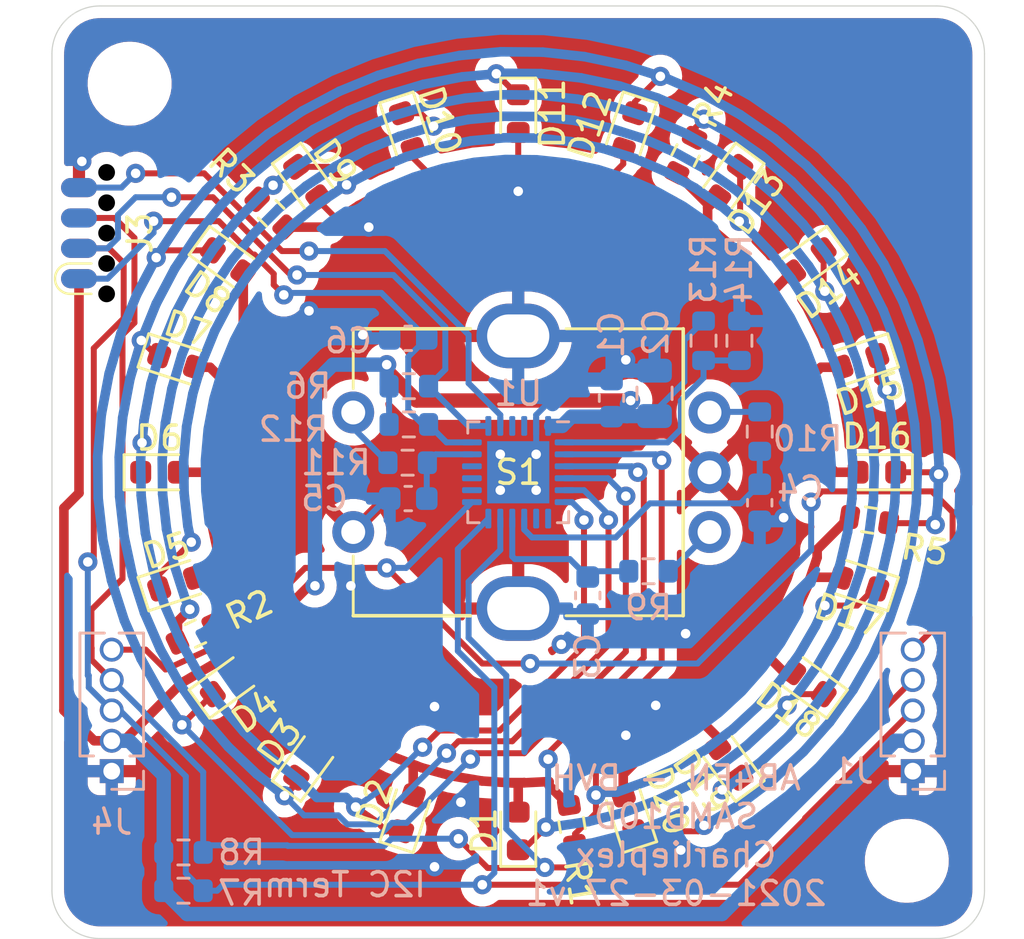
<source format=kicad_pcb>
(kicad_pcb (version 20211014) (generator pcbnew)
  (layers (0 "F.Cu" signal) (1 "In1.Cu" signal) (2 "In2.Cu" signal) (31 "B.Cu" signal) (34 "B.Paste" user) (35 "F.Paste" user) (36 "B.SilkS" user "B.Silkscreen") (37 "F.SilkS" user "F.Silkscreen") (38 "B.Mask" user) (39 "F.Mask" user) (44 "Edge.Cuts" user))
  (net 0 "")
  (net 1 "/B_Col")
  (net 2 "/C_Col")
  (net 3 "A")
  (net 4 "B")
  (net 5 "C")
  (net 6 "/D_Col")
  (net 7 "GND")
  (net 8 "+3.3V")
  (net 9 "D")
  (net 10 "E")
  (net 11 "/E_Col")
  (net 12 "/A_Col")
  (net 15 "I2C_SDA")
  (net 16 "I2C_SCL")
  (net 17 "SWDIO")
  (net 18 "INT")
  (net 24 "ADDR_SET")
  (net 25 "ENC_B")
  (net 26 "ENC_A")
  (net 27 "ENC_SW")
  (net 28 "SWCLK")
  (net 29 "~{RESET}")
  (net 31 "ENC_A_RAW")
  (net 32 "ENC_B_RAW")
  (net 33 "ENC_SW_RAW")
  (footprint "LED_SMD:LED_0603_1608Metric" (layer "F.Cu") (at 154.635254 85.734152 -108)
    (fp_text reference "D12")
    (fp_text value "LED")
  )
  (footprint "LED_SMD:LED_0603_1608Metric" (layer "F.Cu") (at 150 115 90)
    (fp_text reference "D1")
    (fp_text value "LED")
  )
  (footprint "LED_SMD:LED_0603_1608Metric" (layer "F.Cu") (at 150 85 -90)
    (fp_text reference "D11")
    (fp_text value "LED")
  )
  (footprint "MountingHole:MountingHole_2.5mm" (layer "F.Cu") (at 133.75 83.75)
    (fp_text reference "H1" hide)
    (fp_text value "MountingHole" hide)
  )
  (footprint "LED_SMD:LED_0603_1608Metric" (layer "F.Cu") (at 135.734152 95.364745 -18)
    (fp_text reference "D7")
    (fp_text value "LED")
  )
  (footprint "LED_SMD:LED_0603_1608Metric" (layer "F.Cu") (at 154.635254 114.265847 108)
    (fp_text reference "D20")
    (fp_text value "LED")
  )
  (footprint "LED_SMD:LED_0603_1608Metric" (layer "F.Cu") (at 162.135254 108.816778 144)
    (fp_text reference "D18")
    (fp_text value "LED")
  )
  (footprint "LED_SMD:LED_0603_1608Metric" (layer "F.Cu") (at 135.734152 104.635254 18)
    (fp_text reference "D5")
    (fp_text value "LED")
  )
  (footprint "LED_SMD:LED_0603_1608Metric" (layer "F.Cu") (at 164.265847 104.635254 162)
    (fp_text reference "D17")
    (fp_text value "LED")
  )
  (footprint "LED_SMD:LED_0603_1608Metric" (layer "F.Cu") (at 158.816778 112.135254 126)
    (fp_text reference "D19")
    (fp_text value "LED")
  )
  (footprint "Resistor_SMD:R_0603_1608Metric" (layer "F.Cu") (at 136.497704 106.75 25)
    (fp_text reference "R2")
    (fp_text value "R_Small")
  )
  (footprint "LED_SMD:LED_0603_1608Metric" (layer "F.Cu") (at 141.183221 87.864745 -54)
    (fp_text reference "D9")
    (fp_text value "LED")
  )
  (footprint "Resistor_SMD:R_0603_1608Metric" (layer "F.Cu") (at 152.25 114.75 99)
    (fp_text reference "R1")
    (fp_text value "R_Small")
  )
  (footprint "LED_SMD:LED_0603_1608Metric" (layer "F.Cu") (at 164.265847 95.364745 -162)
    (fp_text reference "D15")
    (fp_text value "LED")
  )
  (footprint "BVH_SOICbite:SOICbite_renumbered" (layer "F.Cu") (at 130.5 90 -90)
    (fp_text reference "J3")
    (fp_text value "SOICbite-SWD")
  )
  (footprint "LED_SMD:LED_0603_1608Metric" (layer "F.Cu") (at 137.864745 91.183221 -36)
    (fp_text reference "D8")
    (fp_text value "LED")
  )
  (footprint "Resistor_SMD:R_0603_1608Metric" (layer "F.Cu") (at 164.675 102 171)
    (fp_text reference "R5")
    (fp_text value "R_Small")
  )
  (footprint "LED_SMD:LED_0603_1608Metric" (layer "F.Cu") (at 135 100)
    (fp_text reference "D6")
    (fp_text value "LED")
  )
  (footprint "LED_SMD:LED_0603_1608Metric" (layer "F.Cu") (at 145.364745 114.265847 72)
    (fp_text reference "D2")
    (fp_text value "LED")
  )
  (footprint "LED_SMD:LED_0603_1608Metric" (layer "F.Cu") (at 162.135254 91.183221 -144)
    (fp_text reference "D14")
    (fp_text value "LED")
  )
  (footprint "Resistor_SMD:R_0603_1608Metric" (layer "F.Cu") (at 157 86.75 -117)
    (fp_text reference "R4")
    (fp_text value "R_Small")
  )
  (footprint "LED_SMD:LED_0603_1608Metric" (layer "F.Cu") (at 141.183221 112.135254 54)
    (fp_text reference "D3")
    (fp_text value "LED")
  )
  (footprint "Resistor_SMD:R_0603_1608Metric" (layer "F.Cu") (at 139.666637 89.166637 -45)
    (fp_text reference "R3")
    (fp_text value "R_Small")
  )
  (footprint "MountingHole:MountingHole_2.5mm" (layer "F.Cu") (at 166.25 116.25)
    (fp_text reference "H2" hide)
    (fp_text value "MountingHole" hide)
  )
  (footprint "LED_SMD:LED_0603_1608Metric" (layer "F.Cu") (at 165 100 180)
    (fp_text reference "D16")
    (fp_text value "LED")
  )
  (footprint "LED_SMD:LED_0603_1608Metric" (layer "F.Cu") (at 137.864745 108.816778 36)
    (fp_text reference "D4")
    (fp_text value "LED")
  )
  (footprint "LED_SMD:LED_0603_1608Metric" (layer "F.Cu") (at 145.364745 85.734152 -72)
    (fp_text reference "D10")
    (fp_text value "LED")
  )
  (footprint "LED_SMD:LED_0603_1608Metric" (layer "F.Cu") (at 158.816778 87.864745 -126)
    (fp_text reference "D13")
    (fp_text value "LED")
  )
  (footprint "BVH_Switches:Rotary_Encoder_W_Switch" (layer "F.Cu") (at 150 100)
    (fp_text reference "S1")
    (fp_text value "ROTARY_ENCODER_W_SPST")
  )
  (footprint "Resistor_SMD:R_0603_1608Metric" (layer "B.Cu") (at 145.425 98)
    (fp_text reference "R12")
    (fp_text value "10k")
  )
  (footprint "Resistor_SMD:R_0603_1608Metric" (layer "B.Cu") (at 159.25 94.5 90)
    (fp_text reference "R14")
    (fp_text value "?")
  )
  (footprint "Capacitor_SMD:C_0603_1608Metric" (layer "B.Cu") (at 160.1 101.275 -90)
    (fp_text reference "C4")
    (fp_text value "0.1uF")
  )
  (footprint "Resistor_SMD:R_0603_1608Metric" (layer "B.Cu") (at 160.1 98.3 -90)
    (fp_text reference "R10")
    (fp_text value "1k")
  )
  (footprint "Package_DFN_QFN:QFN-24-1EP_4x4mm_P0.5mm_EP2.6x2.6mm" (layer "B.Cu") (at 150 100 180)
    (fp_text reference "U1")
    (fp_text value "ATSAMD10D13A-M")
  )
  (footprint "Capacitor_SMD:C_0603_1608Metric" (layer "B.Cu") (at 145.4 94.4 180)
    (fp_text reference "C6")
    (fp_text value "0.1uF")
  )
  (footprint "Resistor_SMD:R_0603_1608Metric" (layer "B.Cu") (at 136 117.5)
    (fp_text reference "R7")
    (fp_text value "2k2")
  )
  (footprint "Connector_PinSocket_1.27mm:PinSocket_1x05_P1.27mm_Vertical" (layer "B.Cu") (at 133 112.5)
    (fp_text reference "J4")
    (fp_text value "Conn_01x05")
  )
  (footprint "Capacitor_SMD:C_0603_1608Metric" (layer "B.Cu") (at 152.908 105.156 -90)
    (fp_text reference "C3")
    (fp_text value "0.1uF")
  )
  (footprint "Connector_PinSocket_1.27mm:PinSocket_1x05_P1.27mm_Vertical" (layer "B.Cu") (at 166.5 112.5)
    (fp_text reference "J1")
    (fp_text value "Conn_01x05")
  )
  (footprint "Resistor_SMD:R_0603_1608Metric" (layer "B.Cu") (at 145.375 99.6)
    (fp_text reference "R11")
    (fp_text value "1k")
  )
  (footprint "Resistor_SMD:R_0603_1608Metric" (layer "B.Cu") (at 145.425 96.4)
    (fp_text reference "R6")
    (fp_text value "1k")
  )
  (footprint "Resistor_SMD:R_0603_1608Metric" (layer "B.Cu") (at 155.448 104.14 180)
    (fp_text reference "R9")
    (fp_text value "1k")
  )
  (footprint "Capacitor_SMD:C_0603_1608Metric" (layer "B.Cu") (at 153.9 96.9 90)
    (fp_text reference "C1")
    (fp_text value "0.1uF")
  )
  (footprint "Resistor_SMD:R_0603_1608Metric" (layer "B.Cu") (at 157.75 94.5 -90)
    (fp_text reference "R13")
    (fp_text value "?")
  )
  (footprint "Capacitor_SMD:C_0603_1608Metric" (layer "B.Cu") (at 145.4 101.1 180)
    (fp_text reference "C5")
    (fp_text value "0.1uF")
  )
  (footprint "Resistor_SMD:R_0603_1608Metric" (layer "B.Cu") (at 136 115.9)
    (fp_text reference "R8")
    (fp_text value "2k2")
  )
  (footprint "Capacitor_SMD:C_0805_2012Metric" (layer "B.Cu") (at 155.7 96.7 90)
    (fp_text reference "C2")
    (fp_text value "10uF")
  )
  (gr_arc (start 167.5 80.5) (mid 168.914214 81.085786) (end 169.5 82.5) (layer "Edge.Cuts") (width 0.05))
  (gr_line (start 130.5 117.5) (end 130.5 82.5) (layer "Edge.Cuts") (width 0.05))
  (gr_arc (start 130.5 82.5) (mid 131.085786 81.085786) (end 132.5 80.5) (layer "Edge.Cuts") (width 0.05))
  (gr_arc (start 132.5 119.5) (mid 131.085786 118.914214) (end 130.5 117.5) (layer "Edge.Cuts") (width 0.05))
  (gr_arc (start 169.5 117.5) (mid 168.914214 118.914214) (end 167.5 119.5) (layer "Edge.Cuts") (width 0.05))
  (gr_line (start 132.5 80.5) (end 167.5 80.5) (layer "Edge.Cuts") (width 0.05))
  (gr_line (start 167.5 119.5) (end 132.5 119.5) (layer "Edge.Cuts") (width 0.05))
  (gr_line (start 169.5 82.5) (end 169.5 117.5) (layer "Edge.Cuts") (width 0.05))
  (gr_text "I2C Term" (at 142.75 117.25) (layer "B.SilkS") (effects (font (size 1 1)) (justify mirror)))
  (gr_text "AB4EN - BVH\nSAMD10D\nCharlieplex\n2021-03-27 v1" (at 156.6 115.2) (layer "B.SilkS") (effects (font (size 1 1)) (justify mirror)))
  (segment (start 137.832772 106.167228) (end 137.59866 106.40134) (width 0.4) (layer "F.Cu") (net 1))
  (segment locked (start 137.108096 95.608096) (end 137.610313 96.110313) (width 0.4) (layer "F.Cu") (net 1))
  (segment locked (start 137.168062 102.083428) (end 137.024605 100.799021) (width 0.4) (layer "F.Cu") (net 1))
  (segment locked (start 137.01502 99.98498) (end 137.009389 99.506717) (width 0.4) (layer "F.Cu") (net 1))
  (segment locked (start 137.36301 96.94946) (end 137.610313 96.110313) (width 0.4) (layer "F.Cu") (net 1))
  (segment locked (start 137.608097 104.391903) (end 137.733082 104.266918) (width 0.4) (layer "F.Cu") (net 1))
  (segment locked (start 136.483109 95.608096) (end 137.108096 95.608096) (width 0.4) (layer "F.Cu") (net 1))
  (segment locked (start 137.832772 104.577977) (end 137.733082 104.266918) (width 0.4) (layer "F.Cu") (net 1))
  (segment (start 138.501846 93.979028) (end 138.490437 93.990437) (width 0.4) (layer "F.Cu") (net 1))
  (segment locked (start 135.7875 100) (end 137 100) (width 0.4) (layer "F.Cu") (net 1))
  (segment locked (start 137.122563 98.219289) (end 137.36301 96.94946) (width 0.4) (layer "F.Cu") (net 1))
  (segment (start 137.832772 104.577977) (end 137.832772 106.167228) (width 0.4) (layer "F.Cu") (net 1))
  (segment locked (start 137.610313 96.110313) (end 137.728353 95.70978) (width 0.4) (layer "F.Cu") (net 1))
  (segment locked (start 137.009389 99.506717) (end 137.122563 98.219289) (width 0.4) (layer "F.Cu") (net 1))
  (segment locked (start 137.733082 104.266918) (end 137.438341 103.347243) (width 0.4) (layer "F.Cu") (net 1))
  (segment locked (start 137.438341 103.347243) (end 137.168062 102.083428) (width 0.4) (layer "F.Cu") (net 1))
  (segment locked (start 137.024605 100.799021) (end 137.01502 99.98498) (width 0.4) (layer "F.Cu") (net 1))
  (segment locked (start 137 100) (end 137.01502 99.98498) (width 0.4) (layer "F.Cu") (net 1))
  (segment locked (start 136.483109 104.391903) (end 137.608097 104.391903) (width 0.4) (layer "F.Cu") (net 1))
  (segment locked (start 137.728353 95.70978) (end 138.21498 94.512502) (width 0.4) (layer "F.Cu") (net 1))
  (segment (start 138.501846 91.646102) (end 138.501846 93.979028) (width 0.4) (layer "F.Cu") (net 1))
  (segment (start 138.21498 94.512502) (end 138.490437 93.990437) (width 0.4) (layer "F.Cu") (net 1))
  (segment (start 137.59866 106.40134) (end 137.245408 106.40134) (width 0.4) (layer "F.Cu") (net 1))
  (segment locked (start 152.044314 87.161772) (end 153.308947 87.428199) (width 0.4) (layer "F.Cu") (net 2))
  (segment locked (start 145.608096 86.483109) (end 145.608096 86.858096) (width 0.25) (layer "F.Cu") (net 2))
  (segment (start 142.065324 89.75) (end 140.25 89.75) (width 0.4) (layer "F.Cu") (net 2))
  (segment locked (start 145.672403 87.741484) (end 146.303425 87.553425) (width 0.4) (layer "F.Cu") (net 2))
  (segment locked (start 150 85.7875) (end 150 87) (width 0.25) (layer "F.Cu") (net 2))
  (segment (start 142.260084 89.55524) (end 142.065324 89.75) (width 0.4) (layer "F.Cu") (net 2))
  (segment locked (start 154.391903 87.108097) (end 153.888127 87.611873) (width 0.25) (layer "F.Cu") (net 2))
  (segment locked (start 145.608096 86.858096) (end 146.303425 87.553425) (width 0.25) (layer "F.Cu") (net 2))
  (segment locked (start 142.437177 89.437177) (end 143.335415 88.838342) (width 0.4) (layer "F.Cu") (net 2))
  (segment locked (start 149.467132 87.010952) (end 149.984533 87.015467) (width 0.4) (layer "F.Cu") (net 2))
  (segment locked (start 143.335415 88.838342) (end 144.476614 88.231758) (width 0.4) (layer "F.Cu") (net 2))
  (segment locked (start 154.391903 86.483109) (end 154.391903 87.108097) (width 0.25) (layer "F.Cu") (net 2))
  (segment locked (start 142.260084 89.55524) (end 142.437177 89.437177) (width 0.4) (layer "F.Cu") (net 2))
  (segment locked (start 146.303425 87.553425) (end 146.910964 87.372365) (width 0.4) (layer "F.Cu") (net 2))
  (segment locked (start 150.759476 87.02223) (end 152.044314 87.161772) (width 0.4) (layer "F.Cu") (net 2))
  (segment locked (start 146.910964 87.372365) (end 148.180054 87.128049) (width 0.4) (layer "F.Cu") (net 2))
  (segment (start 141.646102 88.646102) (end 142.437177 89.437177) (width 0.25) (layer "F.Cu") (net 2))
  (segment (start 141.646102 88.501846) (end 141.646102 88.646102) (width 0.25) (layer "F.Cu") (net 2))
  (segment locked (start 153.308947 87.428199) (end 153.888127 87.611873) (width 0.4) (layer "F.Cu") (net 2))
  (segment locked (start 150 87) (end 149.984533 87.015467) (width 0.25) (layer "F.Cu") (net 2))
  (segment locked (start 149.984533 87.015467) (end 150.759476 87.02223) (width 0.4) (layer "F.Cu") (net 2))
  (segment locked (start 144.476614 88.231758) (end 145.672403 87.741484) (width 0.4) (layer "F.Cu") (net 2))
  (segment locked (start 148.180054 87.128049) (end 149.467132 87.010952) (width 0.4) (layer "F.Cu") (net 2))
  (segment locked (start 159.279659 87.227644) (end 159.279659 89.470341) (width 0.25) (layer "F.Cu") (net 3))
  (segment locked (start 140.72034 87.227644) (end 142.070646 87.227644) (width 0.25) (layer "F.Cu") (net 3))
  (segment (start 153.25 114.25) (end 153.25 113.5) (width 0.25) (layer "F.Cu") (net 3))
  (segment (start 156 108) (end 156 99.5) (width 0.25) (layer "F.Cu") (net 3))
  (segment locked (start 164.174727 105.575273) (end 162.825273 105.575273) (width 0.25) (layer "F.Cu") (net 3))
  (segment (start 153.25 113.5) (end 153.25 110.75) (width 0.25) (layer "F.Cu") (net 3))
  (segment locked (start 164.871395 104.878605) (end 164.174727 105.575273) (width 0.25) (layer "F.Cu") (net 3))
  (segment locked (start 142.070646 87.227644) (end 142.822754 87.979752) (width 0.25) (layer "F.Cu") (net 3))
  (segment locked (start 134.985195 104.264805) (end 136.326396 102.923604) (width 0.25) (layer "F.Cu") (net 3))
  (segment locked (start 159.279659 89.470341) (end 159.243935 89.506065) (width 0.25) (layer "F.Cu") (net 3))
  (segment (start 152.379058 115.120942) (end 153.25 114.25) (width 0.25) (layer "F.Cu") (net 3))
  (segment (start 153.25 110.75) (end 156 108) (width 0.25) (layer "F.Cu") (net 3))
  (segment locked (start 134.985195 104.878605) (end 134.985195 104.264805) (width 0.25) (layer "F.Cu") (net 3))
  (segment (start 152.379058 115.564843) (end 152.379058 115.120942) (width 0.25) (layer "F.Cu") (net 3))
  (via (at 153.25 113.5) (size 0.8) (drill 0.4) (layers "F.Cu" "B.Cu") (net 3))
  (via locked (at 142.822754 87.979752) (size 0.8) (drill 0.4) (layers "F.Cu" "B.Cu") (net 3))
  (via locked (at 136.326396 102.923604) (size 0.8) (drill 0.4) (layers "F.Cu" "B.Cu") (net 3))
  (via (at 156 99.5) (size 0.8) (drill 0.4) (layers "F.Cu" "B.Cu") (net 3))
  (via locked (at 162.825273 105.575273) (size 0.8) (drill 0.4) (layers "F.Cu" "B.Cu") (net 3))
  (via locked (at 159.243935 89.506065) (size 0.8) (drill 0.4) (layers "F.Cu" "B.Cu") (net 3))
  (segment locked (start 149.426142 86.011795) (end 150.817897 86.02394) (width 0.4) (layer "B.Cu") (net 3))
  (segment locked (start 163.664327 96.952814) (end 163.899364 98.324633) (width 0.4) (layer "B.Cu") (net 3))
  (segment locked (start 153.563482 86.461138) (end 154.890175 86.881868) (width 0.4) (layer "B.Cu") (net 3))
  (segment locked (start 155.423776 112.906658) (end 154.115443 113.381416) (width 0.4) (layer "B.Cu") (net 3))
  (segment locked (start 136.390934 96.714803) (end 136.78438 95.379763) (width 0.4) (layer "B.Cu") (net 3))
  (segment locked (start 163.015129 105.15806) (end 162.825273 105.575273) (width 0.4) (layer "B.Cu") (net 3))
  (segment locked (start 163.956356 101.104224) (end 163.777747 102.484525) (width 0.4) (layer "B.Cu") (net 3))
  (segment locked (start 160.555727 90.803489) (end 161.416706 91.897037) (width 0.4) (layer "B.Cu") (net 3))
  (segment locked (start 158.530332 88.898981) (end 159.243935 89.506065) (width 0.4) (layer "B.Cu") (net 3))
  (segment locked (start 144.051738 87.326508) (end 145.339511 86.798521) (width 0.4) (layer "B.Cu") (net 3))
  (segment locked (start 136.18099 102.243691) (end 136.026498 100.860484) (width 0.4) (layer "B.Cu") (net 3))
  (segment locked (start 162.825273 105.575273) (end 162.438658 106.424871) (width 0.4) (layer "B.Cu") (net 3))
  (segment locked (start 150.817897 86.02394) (end 152.201569 86.174216) (width 0.4) (layer "B.Cu") (net 3))
  (segment locked (start 152.201569 86.174216) (end 153.563482 86.461138) (width 0.4) (layer "B.Cu") (net 3))
  (segment locked (start 146.673346 86.401008) (end 148.040059 86.137899) (width 0.4) (layer "B.Cu") (net 3))
  (segment locked (start 154.890175 86.881868) (end 156.168537 87.43225) (width 0.4) (layer "B.Cu") (net 3))
  (segment locked (start 142.822754 87.979752) (end 144.051738 87.326508) (width 0.4) (layer "B.Cu") (net 3))
  (segment locked (start 145.339511 86.798521) (end 146.673346 86.401008) (width 0.4) (layer "B.Cu") (net 3))
  (segment locked (start 156.168537 87.43225) (end 157.385934 88.106843) (width 0.4) (layer "B.Cu") (net 3))
  (segment locked (start 157.867226 111.580411) (end 156.678504 112.304339) (width 0.4) (layer "B.Cu") (net 3))
  (segment locked (start 136.026498 100.860484) (end 136.010111 99.468772) (width 0.4) (layer "B.Cu") (net 3))
  (segment locked (start 140.589037 89.635012) (end 141.664705 88.751797) (width 0.4) (layer "B.Cu") (net 3))
  (segment locked (start 159.590423 89.800834) (end 160.555727 90.803489) (width 0.4) (layer "B.Cu") (net 3))
  (segment locked (start 163.899364 98.324633) (end 163.997029 99.71301) (width 0.4) (layer "B.Cu") (net 3))
  (segment locked (start 136.010111 99.468772) (end 136.131991 98.082311) (width 0.4) (layer "B.Cu") (net 3))
  (segment (start 154.115443 113.381416) (end 153.368584 113.381416) (width 0.4) (layer "B.Cu") (net 3))
  (segment locked (start 163.777747 102.484525) (end 163.462968 103.84027) (width 0.4) (layer "B.Cu") (net 3))
  (segment (start 153.368584 113.381416) (end 153.25 113.5) (width 0.4) (layer "B.Cu") (net 3))
  (segment locked (start 159.243935 89.506065) (end 159.590423 89.800834) (width 0.4) (layer "B.Cu") (net 3))
  (segment locked (start 139.606381 90.620667) (end 140.589037 89.635012) (width 0.4) (layer "B.Cu") (net 3))
  (segment locked (start 160.000425 109.797483) (end 158.978193 110.742031) (width 0.4) (layer "B.Cu") (net 3))
  (segment locked (start 137.30844 94.090387) (end 137.957936 92.859418) (width 0.4) (layer "B.Cu") (net 3))
  (segment locked (start 160.92382 108.756102) (end 160.000425 109.797483) (width 0.4) (layer "B.Cu") (net 3))
  (segment locked (start 161.416706 91.897037) (end 162.164849 93.070669) (width 0.4) (layer "B.Cu") (net 3))
  (segment locked (start 156.678504 112.304339) (end 155.423776 112.906658) (width 0.4) (layer "B.Cu") (net 3))
  (segment locked (start 163.997029 99.71301) (end 163.956356 101.104224) (width 0.4) (layer "B.Cu") (net 3))
  (segment (start 151.9375 99.25) (end 155.75 99.25) (width 0.25) (layer "B.Cu") (net 3))
  (segment locked (start 138.726448 91.699022) (end 139.606381 90.620667) (width 0.4) (layer "B.Cu") (net 3))
  (segment locked (start 162.792763 94.312786) (end 163.294241 95.611111) (width 0.4) (layer "B.Cu") (net 3))
  (segment locked (start 136.78438 95.379763) (end 137.30844 94.090387) (width 0.4) (layer "B.Cu") (net 3))
  (segment locked (start 163.294241 95.611111) (end 163.664327 96.952814) (width 0.4) (layer "B.Cu") (net 3))
  (segment locked (start 137.957936 92.859418) (end 138.726448 91.699022) (width 0.4) (layer "B.Cu") (net 3))
  (segment locked (start 162.164849 93.070669) (end 162.792763 94.312786) (width 0.4) (layer "B.Cu") (net 3))
  (segment locked (start 157.385934 88.106843) (end 158.530332 88.898981) (width 0.4) (layer "B.Cu") (net 3))
  (segment locked (start 136.131991 98.082311) (end 136.390934 96.714803) (width 0.4) (layer "B.Cu") (net 3))
  (segment locked (start 158.978193 110.742031) (end 157.867226 111.580411) (width 0.4) (layer "B.Cu") (net 3))
  (segment (start 155.75 99.25) (end 156 99.5) (width 0.25) (layer "B.Cu") (net 3))
  (segment locked (start 136.326396 102.923604) (end 136.18099 102.243691) (width 0.4) (layer "B.Cu") (net 3))
  (segment locked (start 161.73925 107.628183) (end 160.92382 108.756102) (width 0.4) (layer "B.Cu") (net 3))
  (segment locked (start 163.462968 103.84027) (end 163.015129 105.15806) (width 0.4) (layer "B.Cu") (net 3))
  (segment locked (start 148.040059 86.137899) (end 149.426142 86.011795) (width 0.4) (layer "B.Cu") (net 3))
  (segment locked (start 162.438658 106.424871) (end 161.73925 107.628183) (width 0.4) (layer "B.Cu") (net 3))
  (segment locked (start 141.664705 88.751797) (end 142.822754 87.979752) (width 0.4) (layer "B.Cu") (net 3))
  (segment (start 150.2125 115.7875) (end 151.157645 114.842355) (width 0.25) (layer "F.Cu") (net 4))
  (segment locked (start 162.772355 109.279659) (end 161.713867 109.279659) (width 0.25) (layer "F.Cu") (net 4))
  (segment locked (start 161.713867 109.279659) (end 161.246763 109.746763) (width 0.25) (layer "F.Cu") (net 4))
  (segment locked (start 145.917897 84.985195) (end 146.459489 85.526787) (width 0.25) (layer "F.Cu") (net 4))
  (segment (start 151.25 111.75) (end 155.25 107.75) (width 0.25) (layer "F.Cu") (net 4))
  (segment locked (start 162.772355 90.72034) (end 162.772355 92.379379) (width 0.25) (layer "F.Cu") (net 4))
  (segment locked (start 145.121394 84.985195) (end 145.917897 84.985195) (width 0.25) (layer "F.Cu") (net 4))
  (segment locked (start 135.75 107.09866) (end 135.75 106.25) (width 0.4) (layer "F.Cu") (net 4))
  (segment locked (start 162.772355 92.379379) (end 162.821488 92.428512) (width 0.25) (layer "F.Cu") (net 4))
  (segment (start 151.25 112) (end 151.25 111.75) (width 0.25) (layer "F.Cu") (net 4))
  (segment (start 155.25 107.75) (end 155.25 100.25) (width 0.25) (layer "F.Cu") (net 4))
  (segment (start 155.25 100.25) (end 155 100) (width 0.25) (layer "F.Cu") (net 4))
  (segment locked (start 135.75 106.25) (end 136.265922 105.734078) (width 0.4) (layer "F.Cu") (net 4))
  (via locked (at 161.246763 109.746763) (size 0.8) (drill 0.4) (layers "F.Cu" "B.Cu") (net 4))
  (via locked (at 146.459489 85.526787) (size 0.8) (drill 0.4) (layers "F.Cu" "B.Cu") (net 4))
  (via locked (at 136.265922 105.734078) (size 0.8) (drill 0.4) (layers "F.Cu" "B.Cu") (net 4))
  (via (at 151.157645 114.842355) (size 0.8) (drill 0.4) (layers "F.Cu" "B.Cu") (net 4))
  (via (at 155 100) (size 0.8) (drill 0.4) (layers "F.Cu" "B.Cu") (net 4))
  (via (at 151.25 112) (size 0.8) (drill 0.4) (layers "F.Cu" "B.Cu") (net 4))
  (via locked (at 162.821488 92.428512) (size 0.8) (drill 0.4) (layers "F.Cu" "B.Cu") (net 4))
  (segment locked (start 138.001719 91.165387) (end 138.938219 90.017709) (width 0.4) (layer "B.Cu") (net 4))
  (segment locked (start 164.792896 98.216931) (end 164.896839 99.694561) (width 0.4) (layer "B.Cu") (net 4))
  (segment locked (start 147.914062 85.246764) (end 149.389251 85.112552) (width 0.4) (layer "B.Cu") (net 4))
  (segment locked (start 136.492554 93.710483) (end 137.183803 92.40038) (width 0.4) (layer "B.Cu") (net 4))
  (segment locked (start 135.934803 95.082748) (end 136.492554 93.710483) (width 0.4) (layer "B.Cu") (net 4))
  (segment locked (start 135.11076 99.434622) (end 135.240475 97.959031) (width 0.4) (layer "B.Cu") (net 4))
  (segment locked (start 135.602406 103.836456) (end 135.292624 102.387929) (width 0.4) (layer "B.Cu") (net 4))
  (segment locked (start 137.183803 92.40038) (end 138.001719 91.165387) (width 0.4) (layer "B.Cu") (net 4))
  (segment locked (start 164.148871 95.328968) (end 164.542749 96.756923) (width 0.4) (layer "B.Cu") (net 4))
  (segment locked (start 162.821488 92.428512) (end 162.946876 92.625211) (width 0.4) (layer "B.Cu") (net 4))
  (segment (start 151.25 112) (end 151.25 114.75) (width 0.25) (layer "B.Cu") (net 4))
  (segment locked (start 152.343099 85.285415) (end 153.792563 85.590781) (width 0.4) (layer "B.Cu") (net 4))
  (segment locked (start 153.792563 85.590781) (end 155.204544 86.038559) (width 0.4) (layer "B.Cu") (net 4))
  (segment locked (start 162.493917 108.118566) (end 161.626066 109.318995) (width 0.4) (layer "B.Cu") (net 4))
  (segment locked (start 159.555363 111.43259) (end 158.372976 112.324867) (width 0.4) (layer "B.Cu") (net 4))
  (segment locked (start 149.389251 85.112552) (end 150.870477 85.125478) (width 0.4) (layer "B.Cu") (net 4))
  (segment locked (start 157.107837 113.095333) (end 155.772448 113.736373) (width 0.4) (layer "B.Cu") (net 4))
  (segment locked (start 163.238286 106.837899) (end 162.493917 108.118566) (width 0.4) (layer "B.Cu") (net 4))
  (segment (start 151.25 114.75) (end 151.157645 114.842355) (width 0.25) (layer "B.Cu") (net 4))
  (segment locked (start 145.039908 85.949854) (end 146.459489 85.526787) (width 0.4) (layer "B.Cu") (net 4))
  (segment locked (start 142.361359 87.207022) (end 143.66935 86.511783) (width 0.4) (layer "B.Cu") (net 4))
  (segment locked (start 135.1282 100.915801) (end 135.11076 99.434622) (width 0.4) (layer "B.Cu") (net 4))
  (segment locked (start 155.772448 113.736373) (end 154.380008 114.241651) (width 0.4) (layer "B.Cu") (net 4))
  (segment locked (start 143.66935 86.511783) (end 145.039908 85.949854) (width 0.4) (layer "B.Cu") (net 4))
  (segment locked (start 136.265922 105.734078) (end 136.054484 105.247066) (width 0.4) (layer "B.Cu") (net 4))
  (segment locked (start 164.542749 96.756923) (end 164.792896 98.216931) (width 0.4) (layer "B.Cu") (net 4))
  (segment locked (start 139.984046 88.96869) (end 141.128864 88.028698) (width 0.4) (layer "B.Cu") (net 4))
  (segment locked (start 160.20695 89.145173) (end 161.23431 90.212284) (width 0.4) (layer "B.Cu") (net 4))
  (segment locked (start 162.946876 92.625211) (end 163.615155 93.947179) (width 0.4) (layer "B.Cu") (net 4))
  (segment locked (start 155.204544 86.038559) (end 156.565087 86.624322) (width 0.4) (layer "B.Cu") (net 4))
  (segment locked (start 164.896839 99.694561) (end 164.853551 101.17521) (width 0.4) (layer "B.Cu") (net 4))
  (segment locked (start 135.292624 102.387929) (end 135.1282 100.915801) (width 0.4) (layer "B.Cu") (net 4))
  (segment locked (start 161.23431 90.212284) (end 162.150638 91.376131) (width 0.4) (layer "B.Cu") (net 4))
  (segment locked (start 160.64331 110.427321) (end 159.555363 111.43259) (width 0.4) (layer "B.Cu") (net 4))
  (segment locked (start 162.150638 91.376131) (end 162.821488 92.428512) (width 0.4) (layer "B.Cu") (net 4))
  (segment locked (start 158.372976 112.324867) (end 157.107837 113.095333) (width 0.4) (layer "B.Cu") (net 4))
  (segment locked (start 150.870477 85.125478) (end 152.343099 85.285415) (width 0.4) (layer "B.Cu") (net 4))
  (segment locked (start 135.240475 97.959031) (end 135.516064 96.503611) (width 0.4) (layer "B.Cu") (net 4))
  (segment locked (start 136.054484 105.247066) (end 135.602406 103.836456) (width 0.4) (layer "B.Cu") (net 4))
  (segment (start 155 100) (end 154.75 99.75) (width 0.25) (layer "B.Cu") (net 4))
  (segment locked (start 138.938219 90.017709) (end 139.984046 88.96869) (width 0.4) (layer "B.Cu") (net 4))
  (segment locked (start 163.615155 93.947179) (end 164.148871 95.328968) (width 0.4) (layer "B.Cu") (net 4))
  (segment locked (start 135.516064 96.503611) (end 135.934803 95.082748) (width 0.4) (layer "B.Cu") (net 4))
  (segment locked (start 164.66346 102.644244) (end 164.328445 104.087144) (width 0.4) (layer "B.Cu") (net 4))
  (segment locked (start 159.078711 88.185344) (end 160.20695 89.145173) (width 0.4) (layer "B.Cu") (net 4))
  (segment locked (start 146.459489 85.526787) (end 147.914062 85.246764) (width 0.4) (layer "B.Cu") (net 4))
  (segment locked (start 164.853551 101.17521) (end 164.66346 102.644244) (width 0.4) (layer "B.Cu") (net 4))
  (segment locked (start 164.328445 104.087144) (end 163.851817 105.48965) (width 0.4) (layer "B.Cu") (net 4))
  (segment locked (start 163.851817 105.48965) (end 163.238286 106.837899) (width 0.4) (layer "B.Cu") (net 4))
  (segment locked (start 161.246763 109.746763) (end 160.64331 110.427321) (width 0.4) (layer "B.Cu") (net 4))
  (segment locked (start 154.380008 114.241651) (end 152.944279 114.606174) (width 0.4) (layer "B.Cu") (net 4))
  (segment locked (start 141.128864 88.028698) (end 142.361359 87.207022) (width 0.4) (layer "B.Cu") (net 4))
  (segment locked (start 156.565087 86.624322) (end 157.860744 87.342283) (width 0.4) (layer "B.Cu") (net 4))
  (segment locked (start 152.944279 114.606174) (end 151.47945 114.826339) (width 0.4) (layer "B.Cu") (net 4))
  (segment (start 154.75 99.75) (end 151.9375 99.75) (width 0.25) (layer "B.Cu") (net 4))
  (segment locked (start 161.626066 109.318995) (end 161.246763 109.746763) (width 0.4) (layer "B.Cu") (net 4))
  (segment locked (start 157.860744 87.342283) (end 159.078711 88.185344) (width 0.4) (layer "B.Cu") (net 4))
  (segment locked (start 159.039753 112.772355) (end 158.531054 113.281054) (width 0.25) (layer "F.Cu") (net 5))
  (segment locked (start 165.014804 95.121394) (end 165.014804 96.154667) (width 0.25) (layer "F.Cu") (net 5))
  (segment locked (start 144.141768 114.641768) (end 144.108232 114.641768) (width 0.25) (layer "F.Cu") (net 5))
  (segment locked (start 144.108232 114.641768) (end 144.481268 115.014804) (width 0.25) (layer "F.Cu") (net 5))
  (segment locked (start 144.481268 115.014804) (end 145.121394 115.014804) (width 0.25) (layer "F.Cu") (net 5))
  (segment (start 152.75 102) (end 152.75 107.275306) (width 0.25) (layer "F.Cu") (net 5))
  (segment locked (start 143.2 114) (end 144.141768 114.641768) (width 0.25) (layer "F.Cu") (net 5))
  (segment (start 152.512653 107.512653) (end 152.75 107.275305) (width 0.25) (layer "F.Cu") (net 5))
  (segment locked (start 139.083274 88.583274) (end 139.164302 88.583274) (width 0.25) (layer "F.Cu") (net 5))
  (segment locked (start 146 111.5) (end 146.7 110.8) (width 0.25) (layer "F.Cu") (net 5))
  (segment locked (start 146.7 110.8) (end 149.225305 110.8) (width 0.25) (layer "F.Cu") (net 5))
  (segment locked (start 165.014804 96.154667) (end 165.42117 96.561033) (width 0.25) (layer "F.Cu") (net 5))
  (segment (start 152.75 107.275306) (end 152.512653 107.512653) (width 0.25) (layer "F.Cu") (net 5))
  (segment (start 149.225305 110.8) (end 152.512653 107.512653) (width 0.25) (layer "F.Cu") (net 5))
  (segment locked (start 139.164302 88.583274) (end 139.748788 87.998788) (width 0.25) (layer "F.Cu") (net 5))
  (segment locked (start 134.2125 100) (end 134.2125 98.821678) (width 0.25) (layer "F.Cu") (net 5))
  (segment locked (start 134.2125 98.821678) (end 134.267089 98.767089) (width 0.25) (layer "F.Cu") (net 5))
  (via locked (at 143.2 114) (size 0.8) (drill 0.4) (layers "F.Cu" "B.Cu") (net 5))
  (via (at 152.75 102) (size 0.8) (drill 0.4) (layers "F.Cu" "B.Cu") (net 5))
  (via locked (at 134.267089 98.767089) (size 0.8) (drill 0.4) (layers "F.Cu" "B.Cu") (net 5))
  (via locked (at 165.42117 96.561033) (size 0.8) (drill 0.4) (layers "F.Cu" "B.Cu") (net 5))
  (via locked (at 139.748788 87.998788) (size 0.8) (drill 0.4) (layers "F.Cu" "B.Cu") (net 5))
  (via locked (at 158.531054 113.281054) (size 0.8) (drill 0.4) (layers "F.Cu" "B.Cu") (net 5))
  (via locked (at 146 111.5) (size 0.8) (drill 0.4) (layers "F.Cu" "B.Cu") (net 5))
  (segment locked (start 134.641196 96.29242) (end 135.085228 94.785733) (width 0.4) (layer "B.Cu") (net 5))
  (segment locked (start 134.267089 98.767089) (end 134.348961 97.835751) (width 0.4) (layer "B.Cu") (net 5))
  (segment locked (start 144.162564 113.337436) (end 146 111.5) (width 0.25) (layer "B.Cu") (net 5))
  (segment locked (start 134.348961 97.835751) (end 134.641196 96.29242) (width 0.4) (layer "B.Cu") (net 5))
  (segment locked (start 138.522549 110.858504) (end 137.501102 109.665224) (width 0.4) (layer "B.Cu") (net 5))
  (segment locked (start 162.884569 90.855227) (end 163.728902 92.179754) (width 0.4) (layer "B.Cu") (net 5))
  (segment locked (start 146.245633 84.652566) (end 147.788066 84.355629) (width 0.4) (layer "B.Cu") (net 5))
  (segment locked (start 140.593024 87.305599) (end 141.899965 86.434292) (width 0.4) (layer "B.Cu") (net 5))
  (segment (start 151.9375 101.25) (end 152.25 101.25) (width 0.25) (layer "B.Cu") (net 5))
  (segment locked (start 141.899965 86.434292) (end 143.286962 85.697059) (width 0.4) (layer "B.Cu") (net 5))
  (segment locked (start 138.467104 89.217104) (end 139.379056 88.30237) (width 0.4) (layer "B.Cu") (net 5))
  (segment locked (start 161.912893 89.62108) (end 162.884569 90.855227) (width 0.4) (layer "B.Cu") (net 5))
  (segment locked (start 163.728902 92.179754) (end 164.437547 93.581572) (width 0.4) (layer "B.Cu") (net 5))
  (segment locked (start 164.037914 107.250926) (end 163.248583 108.608949) (width 0.4) (layer "B.Cu") (net 5))
  (segment locked (start 154.021644 84.720426) (end 155.518912 85.195251) (width 0.4) (layer "B.Cu") (net 5))
  (segment locked (start 165.750745 101.246196) (end 165.549172 102.803964) (width 0.4) (layer "B.Cu") (net 5))
  (segment locked (start 134.732753 104.068188) (end 134.404259 102.532166) (width 0.4) (layer "B.Cu") (net 5))
  (segment locked (start 158.335554 86.577723) (end 159.62709 87.471707) (width 0.4) (layer "B.Cu") (net 5))
  (segment locked (start 138.270058 89.414752) (end 138.467104 89.217104) (width 0.4) (layer "B.Cu") (net 5))
  (segment locked (start 135.837677 107.004826) (end 135.212138 105.564003) (width 0.4) (layer "B.Cu") (net 5))
  (segment locked (start 137.276991 90.631753) (end 138.270058 89.414752) (width 0.4) (layer "B.Cu") (net 5))
  (segment locked (start 139.657432 111.944466) (end 138.522549 110.858504) (width 0.4) (layer "B.Cu") (net 5))
  (segment locked (start 162.328311 109.881888) (end 161.286195 111.05716) (width 0.4) (layer "B.Cu") (net 5))
  (segment locked (start 135.085228 94.785733) (end 135.676668 93.33058) (width 0.4) (layer "B.Cu") (net 5))
  (segment (start 152.25 101.25) (end 152.75 101.75) (width 0.25) (layer "B.Cu") (net 5))
  (segment locked (start 147.788066 84.355629) (end 149.35236 84.21331) (width 0.4) (layer "B.Cu") (net 5))
  (segment locked (start 143.2 114) (end 144.162564 113.337436) (width 0.25) (layer "B.Cu") (net 5))
  (segment locked (start 144.740306 85.101187) (end 146.245633 84.652566) (width 0.4) (layer "B.Cu") (net 5))
  (segment locked (start 136.40967 91.941343) (end 137.276991 90.631753) (width 0.4) (layer "B.Cu") (net 5))
  (segment locked (start 136.603187 108.376419) (end 135.837677 107.004826) (width 0.4) (layer "B.Cu") (net 5))
  (segment locked (start 152.484628 84.396615) (end 154.021644 84.720426) (width 0.4) (layer "B.Cu") (net 5))
  (segment locked (start 139.748788 87.998788) (end 140.593024 87.305599) (width 0.4) (layer "B.Cu") (net 5))
  (segment locked (start 165.42117 96.561033) (end 165.686426 98.109229) (width 0.4) (layer "B.Cu") (net 5))
  (segment locked (start 158.878727 113.069322) (end 158.531054 113.281054) (width 0.4) (layer "B.Cu") (net 5))
  (segment locked (start 135.212138 105.564003) (end 134.732753 104.068188) (width 0.4) (layer "B.Cu") (net 5))
  (segment locked (start 143.286962 85.697059) (end 144.740306 85.101187) (width 0.4) (layer "B.Cu") (net 5))
  (segment locked (start 165.193922 104.334019) (end 164.688504 105.821239) (width 0.4) (layer "B.Cu") (net 5))
  (segment locked (start 160.823477 88.489512) (end 161.912893 89.62108) (width 0.4) (layer "B.Cu") (net 5))
  (segment locked (start 150.923056 84.227018) (end 152.484628 84.396615) (width 0.4) (layer "B.Cu") (net 5))
  (segment locked (start 159.62709 87.471707) (end 160.823477 88.489512) (width 0.4) (layer "B.Cu") (net 5))
  (segment locked (start 165.549172 102.803964) (end 165.193922 104.334019) (width 0.4) (layer "B.Cu") (net 5))
  (segment locked (start 134.21141 99.400472) (end 134.267089 98.767089) (width 0.4) (layer "B.Cu") (net 5))
  (segment locked (start 165.686426 98.109229) (end 165.796647 99.676112) (width 0.4) (layer "B.Cu") (net 5))
  (segment locked (start 135.676668 93.33058) (end 136.40967 91.941343) (width 0.4) (layer "B.Cu") (net 5))
  (segment locked (start 161.286195 111.05716) (end 160.132532 112.12315) (width 0.4) (layer "B.Cu") (net 5))
  (segment locked (start 165.003501 95.046825) (end 165.42117 96.561033) (width 0.4) (layer "B.Cu") (net 5))
  (segment (start 152.75 101.75) (end 152.75 102) (width 0.25) (layer "B.Cu") (net 5))
  (segment locked (start 156.961636 85.816396) (end 158.335554 86.577723) (width 0.4) (layer "B.Cu") (net 5))
  (segment locked (start 160.132532 112.12315) (end 158.878727 113.069322) (width 0.4) (layer "B.Cu") (net 5))
  (segment (start 141.582158 113.6) (end 142.8 113.6) (width 0.4) (layer "B.Cu") (net 5))
  (segment locked (start 134.229904 100.971118) (end 134.21141 99.400472) (width 0.4) (layer "B.Cu") (net 5))
  (segment locked (start 140.894534 112.912376) (end 139.657432 111.944466) (width 0.4) (layer "B.Cu") (net 5))
  (segment locked (start 139.379056 88.30237) (end 139.748788 87.998788) (width 0.4) (layer "B.Cu") (net 5))
  (segment locked (start 134.404259 102.532166) (end 134.229904 100.971118) (width 0.4) (layer "B.Cu") (net 5))
  (segment locked (start 164.437547 93.581572) (end 165.003501 95.046825) (width 0.4) (layer "B.Cu") (net 5))
  (segment (start 142.8 113.6) (end 143.2 114) (width 0.4) (layer "B.Cu") (net 5))
  (segment locked (start 155.518912 85.195251) (end 156.961636 85.816396) (width 0.4) (layer "B.Cu") (net 5))
  (segment locked (start 165.796647 99.676112) (end 165.750745 101.246196) (width 0.4) (layer "B.Cu") (net 5))
  (segment locked (start 149.35236 84.21331) (end 150.923056 84.227018) (width 0.4) (layer "B.Cu") (net 5))
  (segment locked (start 137.501102 109.665224) (end 136.603187 108.376419) (width 0.4) (layer "B.Cu") (net 5))
  (segment locked (start 164.688504 105.821239) (end 164.037914 107.250926) (width 0.4) (layer "B.Cu") (net 5))
  (segment locked (start 163.248583 108.608949) (end 162.328311 109.881888) (width 0.4) (layer "B.Cu") (net 5))
  (segment (start 140.894534 112.912376) (end 141.582158 113.6) (width 0.4) (layer "B.Cu") (net 5))
  (segment locked (start 157.921023 88.780645) (end 156.625458 87.48508) (width 0.4) (layer "F.Cu") (net 6))
  (segment locked (start 164.2125 100) (end 163.263731 100) (width 0.4) (layer "F.Cu") (net 6))
  (segment locked (start 157.921023 89.691911) (end 158.905392 90.529346) (width 0.4) (layer "F.Cu") (net 6))
  (segment locked (start 163.51689 95.608096) (end 162.661159 95.608096) (width 0.4) (layer "F.Cu") (net 6))
  (segment locked (start 158.905392 90.529346) (end 159.801747 91.460383) (width 0.4) (layer "F.Cu") (net 6))
  (segment locked (start 160.601227 92.47582) (end 161.295931 93.565621) (width 0.4) (layer "F.Cu") (net 6))
  (segment locked (start 161.430945 91.646102) (end 160.601227 92.47582) (width 0.4) (layer "F.Cu") (net 6))
  (segment locked (start 161.878994 94.719015) (end 162.344652 95.924603) (width 0.4) (layer "F.Cu") (net 6))
  (segment locked (start 162.906552 98.444302) (end 162.997241 99.73351) (width 0.4) (layer "F.Cu") (net 6))
  (segment locked (start 162.661159 95.608096) (end 162.344652 95.924603) (width 0.4) (layer "F.Cu") (net 6))
  (segment locked (start 162.344652 95.924603) (end 162.688304 97.17047) (width 0.4) (layer "F.Cu") (net 6))
  (segment (start 157.921023 88.93472) (end 158.353897 88.501846) (width 0.4) (layer "F.Cu") (net 6))
  (segment locked (start 159.801747 91.460383) (end 160.601227 92.47582) (width 0.4) (layer "F.Cu") (net 6))
  (segment locked (start 163.263731 100) (end 162.997241 99.73351) (width 0.4) (layer "F.Cu") (net 6))
  (segment locked (start 161.295931 93.565621) (end 161.878994 94.719015) (width 0.4) (layer "F.Cu") (net 6))
  (segment locked (start 162.688304 97.17047) (end 162.906552 98.444302) (width 0.4) (layer "F.Cu") (net 6))
  (segment locked (start 157.921023 89.691911) (end 157.921023 88.780645) (width 0.4) (layer "F.Cu") (net 6))
  (segment (start 131.631 88.095) (end 131.631 87.119) (width 0.25) (layer "F.Cu") (net 7))
  (segment (start 131.631 87.119) (end 131.75 87) (width 0.25) (layer "F.Cu") (net 7))
  (via (at 141.25 93.25) (size 0.8) (drill 0.4) (layers "F.Cu" "B.Cu") (net 7))
  (via (at 150.75 99.25) (size 0.8) (drill 0.4) (layers "F.Cu" "B.Cu") (net 7))
  (via (at 143.5 94.25) (size 0.8) (drill 0.4) (layers "F.Cu" "B.Cu") (net 7))
  (via (at 151.8 107.2) (size 0.8) (drill 0.4) (layers "F.Cu" "B.Cu") (net 7))
  (via (at 161.1 101.9) (size 0.8) (drill 0.4) (layers "F.Cu" "B.Cu") (net 7))
  (via (at 157 106.75) (size 0.8) (drill 0.4) (layers "F.Cu" "B.Cu") (net 7))
  (via (at 154.5 111) (size 0.8) (drill 0.4) (layers "F.Cu" "B.Cu") (net 7))
  (via (at 149.25 99.25) (size 0.8) (drill 0.4) (layers "F.Cu" "B.Cu") (net 7))
  (via (at 147.6 113.8) (size 0.8) (drill 0.4) (layers "F.Cu" "B.Cu") (net 7))
  (via (at 146.5 109.8) (size 0.8) (drill 0.4) (layers "F.Cu" "B.Cu") (net 7))
  (via (at 143.75 89.75) (size 0.8) (drill 0.4) (layers "F.Cu" "B.Cu") (net 7))
  (via (at 150.75 100.75) (size 0.8) (drill 0.4) (layers "F.Cu" "B.Cu") (net 7))
  (via (at 154.5 95.3) (size 0.8) (drill 0.4) (layers "F.Cu" "B.Cu") (net 7))
  (via (at 143 104.75) (size 0.8) (drill 0.4) (layers "F.Cu" "B.Cu") (net 7))
  (via (at 156.8 115.8) (size 0.8) (drill 0.4) (layers "F.Cu" "B.Cu") (net 7))
  (via (at 131.75 87) (size 0.8) (drill 0.4) (layers "F.Cu" "B.Cu") (net 7))
  (via (at 155.75 109.75) (size 0.8) (drill 0.4) (layers "F.Cu" "B.Cu") (net 7))
  (via (at 146.5 116.5) (size 0.8) (drill 0.4) (layers "F.Cu" "B.Cu") (net 7))
  (via (at 149.25 100.75) (size 0.8) (drill 0.4) (layers "F.Cu" "B.Cu") (net 7))
  (via (at 150 88.25) (size 0.8) (drill 0.4) (layers "F.Cu" "B.Cu") (net 7))
  (segment (start 144.625 94.4) (end 143.65 94.4) (width 0.25) (layer "B.Cu") (net 7))
  (segment (start 154.75 95.75) (end 154.275 95.75) (width 0.6) (layer "B.Cu") (net 7))
  (segment (start 154.275 95.75) (end 153.9 96.125) (width 0.6) (layer "B.Cu") (net 7))
  (segment (start 144.5 101.1) (end 143.1 102.5) (width 0.25) (layer "B.Cu") (net 7))
  (segment (start 150.75 98.0625) (end 150.75 97.601992) (width 0.25) (layer "B.Cu") (net 7))
  (segment (start 143.65 94.4) (end 143.5 94.25) (width 0.25) (layer "B.Cu") (net 7))
  (segment (start 152.462676 96.125) (end 151.437176 97.1505) (width 0.6) (layer "B.Cu") (net 7))
  (segment (start 151.201492 97.1505) (end 151.437176 97.1505) (width 0.25) (layer "B.Cu") (net 7))
  (segment (start 160.1 102.05) (end 160.95 102.05) (width 0.25) (layer "B.Cu") (net 7))
  (segment (start 160.95 102.05) (end 161.1 101.9) (width 0.25) (layer "B.Cu") (net 7))
  (segment (start 144.625 101.1) (end 144.5 101.1) (width 0.25) (layer "B.Cu") (net 7))
  (segment (start 154.5 95.5) (end 154.5 95.3) (width 0.6) (layer "B.Cu") (net 7))
  (segment (start 150.75 97.601992) (end 151.201492 97.1505) (width 0.25) (layer "B.Cu") (net 7))
  (segment (start 150.75 98.0625) (end 150.75 99.25) (width 0.25) (layer "B.Cu") (net 7))
  (segment (start 150.75 99.25) (end 150 100) (width 0.25) (layer "B.Cu") (net 7))
  (segment (start 153.9 96.125) (end 152.462676 96.125) (width 0.6) (layer "B.Cu") (net 7))
  (segment (start 154.75 95.75) (end 154.5 95.5) (width 0.6) (layer "B.Cu") (net 7))
  (segment (start 155.7 95.75) (end 154.75 95.75) (width 0.6) (layer "B.Cu") (net 7))
  (segment (start 131.631 100.869) (end 131 101.5) (width 0.4) (layer "F.Cu") (net 8))
  (segment (start 139 107) (end 141.25 104.75) (width 0.4) (layer "F.Cu") (net 8))
  (segment (start 133.502793 111.23) (end 135.851852 108.880941) (width 0.4) (layer "F.Cu") (net 8))
  (segment (start 135.851852 108.851852) (end 139 107) (width 0.4) (layer "F.Cu") (net 8))
  (segment (start 154.7 97) (end 145.75 97) (width 0.6) (layer "F.Cu") (net 8))
  (segment (start 145.75 97) (end 144.5 95.75) (width 0.6) (layer "F.Cu") (net 8))
  (segment (start 131.631 91.905) (end 131.631 100.869) (width 0.4) (layer "F.Cu") (net 8))
  (segment (start 135.851852 108.880941) (end 135.851852 108.851852) (width 0.4) (layer "F.Cu") (net 8))
  (segment (start 144.5 95.75) (end 144.5 95.5) (width 0.6) (layer "F.Cu") (net 8))
  (segment (start 141.25 104.75) (end 141.5 104.75) (width 0.4) (layer "F.Cu") (net 8))
  (segment (start 133 111.23) (end 133.502793 111.23) (width 0.4) (layer "F.Cu") (net 8))
  (segment (start 131 109.962106) (end 132.267894 111.23) (width 0.4) (layer "F.Cu") (net 8))
  (segment (start 131 101.5) (end 131 109.962106) (width 0.4) (layer "F.Cu") (net 8))
  (segment (start 132.267894 111.23) (end 133 111.23) (width 0.4) (layer "F.Cu") (net 8))
  (via (at 141.5 104.75) (size 0.8) (drill 0.4) (layers "F.Cu" "B.Cu") (net 8))
  (via (at 154.7 97) (size 0.8) (drill 0.4) (layers "F.Cu" "B.Cu") (net 8))
  (via (at 144.5 95.5) (size 0.8) (drill 0.4) (layers "F.Cu" "B.Cu") (net 8))
  (segment (start 135.175 115.9) (end 135.175 112.675) (width 0.6) (layer "B.Cu") (net 8))
  (segment (start 154.55 97.65) (end 154.55 97.15) (width 0.6) (layer "B.Cu") (net 8))
  (segment (start 135.175 115.9) (end 135.175 117.5) (width 0.6) (layer "B.Cu") (net 8))
  (segment (start 165.77 111.23) (end 166.5 111.23) (width 0.6) (layer "B.Cu") (net 8))
  (segment (start 144.5 96.3) (end 144.6 96.4) (width 0.6) (layer "B.Cu") (net 8))
  (segment (start 154.55 97.65) (end 153.925 97.65) (width 0.6) (layer "B.Cu") (net 8))
  (segment (start 135.175 112.675) (end 133.73 111.23) (width 0.6) (layer "B.Cu") (net 8))
  (segment (start 155.7 97.65) (end 154.55 97.65) (width 0.6) (layer "B.Cu") (net 8))
  (segment (start 144.6 98) (end 144.6 96.4) (width 0.25) (layer "B.Cu") (net 8))
  (segment (start 152.225 97.675) (end 151.8375 98.0625) (width 0.6) (layer "B.Cu") (net 8))
  (segment (start 156.95 94.475) (end 156.95 96.217253) (width 0.25) (layer "B.Cu") (net 8))
  (segment (start 142.25 95.5) (end 141.5 96.25) (width 0.6) (layer "B.Cu") (net 8))
  (segment (start 157.75 93.675) (end 156.95 94.475) (width 0.25) (layer "B.Cu") (net 8))
  (segment (start 154.55 97.15) (end 154.7 97) (width 0.6) (layer "B.Cu") (net 8))
  (segment (start 156.95 96.217253) (end 155.7 97.467253) (width 0.25) (layer "B.Cu") (net 8))
  (segment (start 136.15 118.475) (end 158.525 118.475) (width 0.6) (layer "B.Cu") (net 8))
  (segment (start 153.9 97.675) (end 152.225 97.675) (width 0.6) (layer "B.Cu") (net 8))
  (segment (start 151.8375 98.0625) (end 151.3745 98.0625) (width 0.6) (layer "B.Cu") (net 8))
  (segment (start 141.5 96.25) (end 141.5 104.75) (width 0.6) (layer "B.Cu") (net 8))
  (segment (start 158.525 118.475) (end 165.77 111.23) (width 0.6) (layer "B.Cu") (net 8))
  (segment (start 135.175 117.5) (end 136.15 118.475) (width 0.6) (layer "B.Cu") (net 8))
  (segment (start 155.7 97.467253) (end 155.7 97.65) (width 0.25) (layer "B.Cu") (net 8))
  (segment (start 144.5 95.5) (end 142.25 95.5) (width 0.6) (layer "B.Cu") (net 8))
  (segment (start 133.73 111.23) (end 133 111.23) (width 0.6) (layer "B.Cu") (net 8))
  (segment (start 144.5 95.5) (end 144.5 96.3) (width 0.6) (layer "B.Cu") (net 8))
  (segment (start 153.925 97.65) (end 153.9 97.675) (width 0.6) (layer "B.Cu") (net 8))
  (segment locked (start 154.878605 115.014804) (end 157.527422 115.014804) (width 0.25) (layer "F.Cu") (net 9))
  (segment locked (start 149.9625 84.2125) (end 149.085034 83.335034) (width 0.25) (layer "F.Cu") (net 9))
  (segment locked (start 157.374542 85.625458) (end 157.76571 85.23429) (width 0.25) (layer "F.Cu") (net 9))
  (segment (start 153.7755 107.2245) (end 153.7755 102) (width 0.25) (layer "F.Cu") (net 9))
  (segment (start 147.5 111.25) (end 149.75 111.25) (width 0.25) (layer "F.Cu") (net 9))
  (segment locked (start 157.374542 86.01492) (end 157.374542 85.625458) (width 0.25) (layer "F.Cu") (net 9))
  (segment (start 140.72034 113.02966) (end 140.222278 113.527722) (width 0.25) (layer "F.Cu") (net 9))
  (segment locked (start 134.86833 95.121394) (end 134.235653 94.488717) (width 0.25) (layer "F.Cu") (net 9))
  (segment (start 149.75 111.25) (end 153.7755 107.2245) (width 0.25) (layer "F.Cu") (net 9))
  (segment (start 147 111.75) (end 147.5 111.25) (width 0.25) (layer "F.Cu") (net 9))
  (segment locked (start 157.527422 115.014804) (end 157.771113 114.771113) (width 0.25) (layer "F.Cu") (net 9))
  (via locked (at 157.76571 85.23429) (size 0.8) (drill 0.4) (layers "F.Cu" "B.Cu") (net 9))
  (via locked (at 149.085034 83.335034) (size 0.8) (drill 0.4) (layers "F.Cu" "B.Cu") (net 9))
  (via (at 153.7755 102) (size 0.8) (drill 0.4) (layers "F.Cu" "B.Cu") (net 9))
  (via locked (at 134.235653 94.488717) (size 0.8) (drill 0.4) (layers "F.Cu" "B.Cu") (net 9))
  (via (at 147 111.75) (size 0.8) (drill 0.4) (layers "F.Cu" "B.Cu") (net 9))
  (via locked (at 157.771113 114.771113) (size 0.8) (drill 0.4) (layers "F.Cu" "B.Cu") (net 9))
  (via (at 140.222278 113.527722) (size 0.8) (drill 0.4) (layers "F.Cu" "B.Cu") (net 9))
  (segment locked (start 147.66207 83.464494) (end 149.085034 83.335034) (width 0.4) (layer "B.Cu") (net 9))
  (segment (start 140.222278 113.527722) (end 141.042562 114.348006) (width 0.25) (layer "B.Cu") (net 9))
  (segment locked (start 133.515894 102.676403) (end 133.331607 101.026435) (width 0.4) (layer "B.Cu") (net 9))
  (segment locked (start 149.085034 83.335034) (end 149.31547 83.314069) (width 0.4) (layer "B.Cu") (net 9))
  (segment locked (start 162.591475 89.029876) (end 163.6185 90.334322) (width 0.4) (layer "B.Cu") (net 9))
  (segment locked (start 139.068298 112.624847) (end 137.868771 111.477026) (width 0.4) (layer "B.Cu") (net 9))
  (segment locked (start 152.626157 83.507815) (end 154.250725 83.850071) (width 0.4) (layer "B.Cu") (net 9))
  (segment (start 152.75 100.75) (end 153.7755 101.7755) (width 0.25) (layer "B.Cu") (net 9))
  (segment locked (start 166.647939 101.317182) (end 166.434884 102.963683) (width 0.4) (layer "B.Cu") (net 9))
  (segment locked (start 159.384477 113.813777) (end 157.966502 114.677319) (width 0.4) (layer "B.Cu") (net 9))
  (segment locked (start 166.434884 102.963683) (end 166.059398 104.580893) (width 0.4) (layer "B.Cu") (net 9))
  (segment locked (start 164.837542 107.663953) (end 164.003249 109.099333) (width 0.4) (layer "B.Cu") (net 9))
  (segment locked (start 133.31206 99.366321) (end 133.457446 97.712471) (width 0.4) (layer "B.Cu") (net 9))
  (segment locked (start 135.030962 107.403835) (end 134.369791 105.88094) (width 0.4) (layer "B.Cu") (net 9))
  (segment locked (start 165.858131 94.764683) (end 166.299591 96.365142) (width 0.4) (layer "B.Cu") (net 9))
  (segment locked (start 134.369791 105.88094) (end 133.863099 104.29992) (width 0.4) (layer "B.Cu") (net 9))
  (segment locked (start 166.299591 96.365142) (end 166.579956 98.001527) (width 0.4) (layer "B.Cu") (net 9))
  (segment locked (start 163.030557 110.44478) (end 161.929079 111.686998) (width 0.4) (layer "B.Cu") (net 9))
  (segment locked (start 166.696456 99.657663) (end 166.647939 101.317182) (width 0.4) (layer "B.Cu") (net 9))
  (segment locked (start 146.031777 83.778345) (end 147.66207 83.464494) (width 0.4) (layer "B.Cu") (net 9))
  (segment locked (start 144.440703 84.252521) (end 146.031777 83.778345) (width 0.4) (layer "B.Cu") (net 9))
  (segment (start 151.9375 100.75) (end 152.75 100.75) (width 0.25) (layer "B.Cu") (net 9))
  (segment locked (start 164.003249 109.099333) (end 163.030557 110.44478) (width 0.4) (layer "B.Cu") (net 9))
  (segment (start 141.042562 114.348006) (end 142.474989 114.348006) (width 0.25) (layer "B.Cu") (net 9))
  (segment locked (start 154.250725 83.850071) (end 155.833281 84.351942) (width 0.4) (layer "B.Cu") (net 9))
  (segment locked (start 135.635538 91.482306) (end 136.552263 90.098119) (width 0.4) (layer "B.Cu") (net 9))
  (segment locked (start 166.579956 98.001527) (end 166.696456 99.657663) (width 0.4) (layer "B.Cu") (net 9))
  (segment locked (start 155.833281 84.351942) (end 157.358184 85.008469) (width 0.4) (layer "B.Cu") (net 9))
  (segment locked (start 134.860782 92.950676) (end 135.635538 91.482306) (width 0.4) (layer "B.Cu") (net 9))
  (segment locked (start 149.31547 83.314069) (end 150.975635 83.328557) (width 0.4) (layer "B.Cu") (net 9))
  (segment locked (start 163.6185 90.334322) (end 164.510928 91.734297) (width 0.4) (layer "B.Cu") (net 9))
  (segment locked (start 140.375868 113.647891) (end 139.068298 112.624847) (width 0.4) (layer "B.Cu") (net 9))
  (segment locked (start 157.76571 85.23429) (end 158.810364 85.813163) (width 0.4) (layer "B.Cu") (net 9))
  (segment locked (start 142.904574 84.882334) (end 144.440703 84.252521) (width 0.4) (layer "B.Cu") (net 9))
  (segment locked (start 161.929079 111.686998) (end 160.709702 112.813709) (width 0.4) (layer "B.Cu") (net 9))
  (segment locked (start 161.440005 87.833852) (end 162.591475 89.029876) (width 0.4) (layer "B.Cu") (net 9))
  (segment locked (start 160.709702 112.813709) (end 159.384477 113.813777) (width 0.4) (layer "B.Cu") (net 9))
  (segment locked (start 137.868771 111.477026) (end 136.78914 110.215774) (width 0.4) (layer "B.Cu") (net 9))
  (segment locked (start 133.863099 104.29992) (end 133.515894 102.676403) (width 0.4) (layer "B.Cu") (net 9))
  (segment locked (start 158.810364 85.813163) (end 160.175468 86.75807) (width 0.4) (layer "B.Cu") (net 9))
  (segment (start 144.024989 114.725011) (end 147 111.75) (width 0.25) (layer "B.Cu") (net 9))
  (segment locked (start 137.601897 88.811795) (end 138.774065 87.636049) (width 0.4) (layer "B.Cu") (net 9))
  (segment locked (start 133.766328 96.081229) (end 134.235653 94.488717) (width 0.4) (layer "B.Cu") (net 9))
  (segment locked (start 157.358184 85.008469) (end 157.76571 85.23429) (width 0.4) (layer "B.Cu") (net 9))
  (segment locked (start 164.510928 91.734297) (end 165.259939 93.215965) (width 0.4) (layer "B.Cu") (net 9))
  (segment locked (start 136.78914 110.215774) (end 135.840077 108.853556) (width 0.4) (layer "B.Cu") (net 9))
  (segment locked (start 133.331607 101.026435) (end 133.31206 99.366321) (width 0.4) (layer "B.Cu") (net 9))
  (segment (start 142.851994 114.725011) (end 144.024989 114.725011) (width 0.25) (layer "B.Cu") (net 9))
  (segment locked (start 133.457446 97.712471) (end 133.766328 96.081229) (width 0.4) (layer "B.Cu") (net 9))
  (segment locked (start 135.840077 108.853556) (end 135.030962 107.403835) (width 0.4) (layer "B.Cu") (net 9))
  (segment locked (start 157.966502 114.677319) (end 157.771113 114.771113) (width 0.4) (layer "B.Cu") (net 9))
  (segment locked (start 160.175468 86.75807) (end 161.440005 87.833852) (width 0.4) (layer "B.Cu") (net 9))
  (segment locked (start 138.774065 87.636049) (end 140.057184 86.5825) (width 0.4) (layer "B.Cu") (net 9))
  (segment locked (start 140.057184 86.5825) (end 141.438571 85.661561) (width 0.4) (layer "B.Cu") (net 9))
  (segment locked (start 165.525191 106.152829) (end 164.837542 107.663953) (width 0.4) (layer "B.Cu") (net 9))
  (segment locked (start 141.438571 85.661561) (end 142.904574 84.882334) (width 0.4) (layer "B.Cu") (net 9))
  (segment locked (start 165.259939 93.215965) (end 165.858131 94.764683) (width 0.4) (layer "B.Cu") (net 9))
  (segment (start 153.7755 101.7755) (end 153.7755 102) (width 0.25) (layer "B.Cu") (net 9))
  (segment locked (start 166.059398 104.580893) (end 165.525191 106.152829) (width 0.4) (layer "B.Cu") (net 9))
  (segment locked (start 136.552263 90.098119) (end 137.601897 88.811795) (width 0.4) (layer "B.Cu") (net 9))
  (segment locked (start 134.235653 94.488717) (end 134.860782 92.950676) (width 0.4) (layer "B.Cu") (net 9))
  (segment (start 142.474989 114.348006) (end 142.851994 114.725011) (width 0.25) (layer "B.Cu") (net 9))
  (segment locked (start 150.975635 83.328557) (end 152.626157 83.507815) (width 0.4) (layer "B.Cu") (net 9))
  (segment (start 154.5 107.5) (end 154.5 101) (width 0.25) (layer "F.Cu") (net 10))
  (segment locked (start 137.227644 90.72034) (end 135.164333 90.72034) (width 0.25) (layer "F.Cu") (net 10))
  (segment locked (start 154.878605 84.509545) (end 155.944075 83.444075) (width 0.25) (layer "F.Cu") (net 10))
  (segment locked (start 165.489843 102.129058) (end 167.379058 102.129058) (width 0.25) (layer "F.Cu") (net 10))
  (segment locked (start 135.164333 90.72034) (end 134.861405 91.023268) (width 0.25) (layer "F.Cu") (net 10))
  (segment locked (start 137.220341 109.279659) (end 135.936128 110.563872) (width 0.25) (layer "F.Cu") (net 10))
  (segment locked (start 167.379058 102.129058) (end 167.44122 102.19122) (width 0.25) (layer "F.Cu") (net 10))
  (segment (start 148 112) (end 148.25 111.75) (width 0.25) (layer "F.Cu") (net 10))
  (segment (start 150.25 111.75) (end 154.5 107.5) (width 0.25) (layer "F.Cu") (net 10))
  (segment locked (start 165.7875 100) (end 167.5 100) (width 0.25) (layer "F.Cu") (net 10))
  (segment (start 148.25 111.75) (end 150.25 111.75) (width 0.25) (layer "F.Cu") (net 10))
  (segment locked (start 167.5 100) (end 167.583282 100.083282) (width 0.25) (layer "F.Cu") (net 10))
  (segment locked (start 154.878605 84.985195) (end 154.878605 84.509545) (width 0.25) (layer "F.Cu") (net 10))
  (via locked (at 134.861405 91.023268) (size 0.8) (drill 0.4) (layers "F.Cu" "B.Cu") (net 10))
  (via locked (at 167.44122 102.19122) (size 0.8) (drill 0.4) (layers "F.Cu" "B.Cu") (net 10))
  (via locked (at 148 112) (size 0.8) (drill 0.4) (layers "F.Cu" "B.Cu") (net 10))
  (via locked (at 135.936128 110.563872) (size 0.8) (drill 0.4) (layers "F.Cu" "B.Cu") (net 10))
  (via (at 154.5 101) (size 0.8) (drill 0.4) (layers "F.Cu" "B.Cu") (net 10))
  (via locked (at 155.944075 83.444075) (size 0.8) (drill 0.4) (layers "F.Cu" "B.Cu") (net 10))
  (via locked (at 167.583282 100.083282) (size 0.8) (drill 0.4) (layers "F.Cu" "B.Cu") (net 10))
  (segment locked (start 147.536074 82.573359) (end 149.278579 82.414827) (width 0.4) (layer "B.Cu") (net 10))
  (segment locked (start 136.933736 88.208838) (end 138.169075 86.969729) (width 0.4) (layer "B.Cu") (net 10))
  (segment locked (start 157.754733 84.200543) (end 159.285174 85.048603) (width 0.4) (layer "B.Cu") (net 10))
  (segment locked (start 134.044896 92.570772) (end 134.861405 91.023268) (width 0.4) (layer "B.Cu") (net 10))
  (segment locked (start 167.473487 97.893825) (end 167.596265 99.639213) (width 0.4) (layer "B.Cu") (net 10))
  (segment locked (start 132.565931 97.589191) (end 132.891459 95.870038) (width 0.4) (layer "B.Cu") (net 10))
  (segment locked (start 152.767687 82.619015) (end 154.479806 82.979715) (width 0.4) (layer "B.Cu") (net 10))
  (segment locked (start 142.522185 84.06761) (end 144.1411 83.403854) (width 0.4) (layer "B.Cu") (net 10))
  (segment locked (start 149.278579 82.414827) (end 151.028214 82.430096) (width 0.4) (layer "B.Cu") (net 10))
  (segment locked (start 167.178012 96.169252) (end 167.473487 97.893825) (width 0.4) (layer "B.Cu") (net 10))
  (segment locked (start 167.596265 99.639213) (end 167.583282 100.083282) (width 0.4) (layer "B.Cu") (net 10))
  (segment locked (start 159.285174 85.048603) (end 160.723847 86.044433) (width 0.4) (layer "B.Cu") (net 10))
  (segment locked (start 166.71276 94.48254) (end 167.178012 96.169252) (width 0.4) (layer "B.Cu") (net 10))
  (segment locked (start 134.861405 91.023268) (end 135.827535 89.564484) (width 0.4) (layer "B.Cu") (net 10))
  (segment locked (start 145.337586 114.662414) (end 144.72401 114.662414) (width 0.25) (layer "B.Cu") (net 10))
  (segment locked (start 167.583282 100.083282) (end 167.545133 101.388168) (width 0.4) (layer "B.Cu") (net 10))
  (segment locked (start 167.545133 101.388168) (end 167.44122 102.19122) (width 0.4) (layer "B.Cu") (net 10))
  (segment locked (start 132.41271 99.332171) (end 132.565931 97.589191) (width 0.4) (layer "B.Cu") (net 10))
  (segment locked (start 135.936128 110.563872) (end 135.076968 109.330694) (width 0.4) (layer "B.Cu") (net 10))
  (segment locked (start 144.211393 115.175031) (end 140.547287 115.175031) (width 0.25) (layer "B.Cu") (net 10))
  (segment locked (start 139.521344 85.859402) (end 140.977177 84.888831) (width 0.4) (layer "B.Cu") (net 10))
  (segment locked (start 132.433311 101.081752) (end 132.41271 99.332171) (width 0.4) (layer "B.Cu") (net 10))
  (segment locked (start 162.056532 87.178191) (end 163.270057 88.438672) (width 0.4) (layer "B.Cu") (net 10))
  (segment locked (start 133.527445 106.197876) (end 132.993446 104.531653) (width 0.4) (layer "B.Cu") (net 10))
  (segment locked (start 138.169075 86.969729) (end 139.521344 85.859402) (width 0.4) (layer "B.Cu") (net 10))
  (segment locked (start 156.147649 83.508634) (end 157.754733 84.200543) (width 0.4) (layer "B.Cu") (net 10))
  (segment locked (start 144.72401 114.662414) (end 144.211393 115.175031) (width 0.25) (layer "B.Cu") (net 10))
  (segment locked (start 132.627529 102.820641) (end 132.433311 101.081752) (width 0.4) (layer "B.Cu") (net 10))
  (segment locked (start 154.479806 82.979715) (end 155.944075 83.444075) (width 0.4) (layer "B.Cu") (net 10))
  (segment locked (start 163.270057 88.438672) (end 164.352431 89.813417) (width 0.4) (layer "B.Cu") (net 10))
  (segment locked (start 164.352431 89.813417) (end 165.292953 91.28884) (width 0.4) (layer "B.Cu") (net 10))
  (segment locked (start 136.04634 89.29634) (end 136.933736 88.208838) (width 0.4) (layer "B.Cu") (net 10))
  (segment locked (start 140.977177 84.888831) (end 142.522185 84.06761) (width 0.4) (layer "B.Cu") (net 10))
  (segment locked (start 166.082331 92.850359) (end 166.71276 94.48254) (width 0.4) (layer "B.Cu") (net 10))
  (segment locked (start 165.292953 91.28884) (end 166.082331 92.850359) (width 0.4) (layer "B.Cu") (net 10))
  (segment locked (start 134.224248 107.802844) (end 133.527445 106.197876) (width 0.4) (layer "B.Cu") (net 10))
  (segment locked (start 135.827535 89.564484) (end 136.04634 89.29634) (width 0.4) (layer "B.Cu") (net 10))
  (segment locked (start 135.076968 109.330694) (end 134.224248 107.802844) (width 0.4) (layer "B.Cu") (net 10))
  (segment locked (start 160.723847 86.044433) (end 162.056532 87.178191) (width 0.4) (layer "B.Cu") (net 10))
  (segment (start 151.9375 100.25) (end 153.75 100.25) (width 0.25) (layer "B.Cu") (net 10))
  (segment locked (start 151.028214 82.430096) (end 152.767687 82.619015) (width 0.4) (layer "B.Cu") (net 10))
  (segment locked (start 155.944075 83.444075) (end 156.147649 83.508634) (width 0.4) (layer "B.Cu") (net 10))
  (segment (start 153.75 100.25) (end 154.5 101) (width 0.25) (layer "B.Cu") (net 10))
  (segment locked (start 148 112) (end 145.337586 114.662414) (width 0.25) (layer "B.Cu") (net 10))
  (segment locked (start 132.993446 104.531653) (end 132.627529 102.820641) (width 0.4) (layer "B.Cu") (net 10))
  (segment locked (start 145.81792 82.904124) (end 147.536074 82.573359) (width 0.4) (layer "B.Cu") (net 10))
  (segment locked (start 144.1411 83.403854) (end 145.81792 82.904124) (width 0.4) (layer "B.Cu") (net 10))
  (segment locked (start 132.891459 95.870038) (end 133.386077 94.191702) (width 0.4) (layer "B.Cu") (net 10))
  (segment locked (start 140.547287 115.175031) (end 135.936128 110.563872) (width 0.25) (layer "B.Cu") (net 10))
  (segment locked (start 133.386077 94.191702) (end 134.044896 92.570772) (width 0.4) (layer "B.Cu") (net 10))
  (segment locked (start 160.143547 108.130667) (end 159.286109 109.097662) (width 0.4) (layer "F.Cu") (net 11))
  (segment locked (start 156.201468 111.425457) (end 155.036364 111.984754) (width 0.4) (layer "F.Cu") (net 11))
  (segment locked (start 157.305281 110.753239) (end 156.201468 111.425457) (width 0.4) (layer "F.Cu") (net 11))
  (segment locked (start 162.501327 103.565964) (end 162.200669 104.450669) (width 0.4) (layer "F.Cu") (net 11))
  (segment locked (start 163.51689 104.391903) (end 162.259435 104.391903) (width 0.4) (layer "F.Cu") (net 11))
  (segment locked (start 159.286109 109.097662) (end 158.336893 109.974743) (width 0.4) (layer "F.Cu") (net 11))
  (segment locked (start 157.703059 110.453059) (end 157.305281 110.753239) (width 0.4) (layer "F.Cu") (net 11))
  (segment locked (start 154.391903 113.51689) (end 154.391903 112.629215) (width 0.4) (layer "F.Cu") (net 11))
  (segment locked (start 158.353897 111.103897) (end 157.703059 110.453059) (width 0.4) (layer "F.Cu") (net 11))
  (segment locked (start 161.550182 105.965951) (end 160.900732 107.083312) (width 0.4) (layer "F.Cu") (net 11))
  (segment locked (start 161.498153 108.353897) (end 161.103897 108.353897) (width 0.4) (layer "F.Cu") (net 11))
  (segment locked (start 158.336893 109.974743) (end 157.703059 110.453059) (width 0.4) (layer "F.Cu") (net 11))
  (segment locked (start 154.391903 112.629215) (end 155.036364 111.984754) (width 0.4) (layer "F.Cu") (net 11))
  (segment locked (start 162.085477 104.789627) (end 161.550182 105.965951) (width 0.4) (layer "F.Cu") (net 11))
  (segment locked (start 162.501327 103.229772) (end 163.860157 101.870942) (width 0.4) (layer "F.Cu") (net 11))
  (segment locked (start 162.501327 103.565964) (end 162.501327 103.229772) (width 0.4) (layer "F.Cu") (net 11))
  (segment locked (start 160.900732 107.083312) (end 160.452843 107.702843) (width 0.4) (layer "F.Cu") (net 11))
  (segment locked (start 162.259435 104.391903) (end 162.200669 104.450669) (width 0.4) (layer "F.Cu") (net 11))
  (segment locked (start 161.103897 108.353897) (end 160.452843 107.702843) (width 0.4) (layer "F.Cu") (net 11))
  (segment locked (start 162.200669 104.450669) (end 162.085477 104.789627) (width 0.4) (layer "F.Cu") (net 11))
  (segment locked (start 158.353897 111.498153) (end 158.353897 111.103897) (width 0.4) (layer "F.Cu") (net 11))
  (segment locked (start 160.452843 107.702843) (end 160.143547 108.130667) (width 0.4) (layer "F.Cu") (net 11))
  (segment locked (start 145.608096 113.51689) (end 145.608096 112.391904) (width 0.4) (layer "F.Cu") (net 12))
  (segment locked (start 150.25439 112.978146) (end 150.263122 112.986878) (width 0.4) (layer "F.Cu") (net 12))
  (segment locked (start 144.75524 111.895032) (end 143.600074 111.315487) (width 0.4) (layer "F.Cu") (net 12))
  (segment locked (start 149.773119 112.997993) (end 149.478146 112.978146) (width 0.4) (layer "F.Cu") (net 12))
  (segment locked (start 151.290795 112.935731) (end 151.290795 113.10501) (width 0.4) (layer "F.Cu") (net 12))
  (segment locked (start 142.433953 110.566047) (end 141.490292 109.827725) (width 0.4) (layer "F.Cu") (net 12))
  (segment locked (start 139.314599 108.353897) (end 139.716097 107.952399) (width 0.4) (layer "F.Cu") (net 12))
  (segment locked (start 145.608096 112.391904) (end 145.731357 112.268643) (width 0.4) (layer "F.Cu") (net 12))
  (segment locked (start 147.20915 112.696867) (end 145.962241 112.357014) (width 0.4) (layer "F.Cu") (net 12))
  (segment locked (start 141.646102 111.353898) (end 142.433953 110.566047) (width 0.4) (layer "F.Cu") (net 12))
  (segment locked (start 150 112.999973) (end 150 114.2125) (width 0.4) (layer "F.Cu") (net 12))
  (segment locked (start 138.501846 108.353897) (end 139.314599 108.353897) (width 0.4) (layer "F.Cu") (net 12))
  (segment locked (start 149.478146 112.978146) (end 148.483641 112.911233) (width 0.4) (layer "F.Cu") (net 12))
  (segment locked (start 143.600074 111.315487) (end 142.508161 110.624107) (width 0.4) (layer "F.Cu") (net 12))
  (segment locked (start 151.290795 113.10501) (end 152.120942 113.935157) (width 0.4) (layer "F.Cu") (net 12))
  (segment locked (start 150.263122 112.986878) (end 150 112.999973) (width 0.4) (layer "F.Cu") (net 12))
  (segment locked (start 151.290795 112.935731) (end 150.263122 112.986878) (width 0.4) (layer "F.Cu") (net 12))
  (segment locked (start 140.556528 108.934212) (end 139.716097 107.952399) (width 0.4) (layer "F.Cu") (net 12))
  (segment locked (start 149.478146 112.978146) (end 150.25439 112.978146) (width 0.4) (layer "F.Cu") (net 12))
  (segment locked (start 141.490292 109.827725) (end 140.556528 108.934212) (width 0.4) (layer "F.Cu") (net 12))
  (segment locked (start 145.731357 112.268643) (end 144.75524 111.895032) (width 0.4) (layer "F.Cu") (net 12))
  (segment locked (start 145.962241 112.357014) (end 145.731357 112.268643) (width 0.4) (layer "F.Cu") (net 12))
  (segment locked (start 142.508161 110.624107) (end 142.433953 110.566047) (width 0.4) (layer "F.Cu") (net 12))
  (segment locked (start 148.483641 112.911233) (end 147.20915 112.696867) (width 0.4) (layer "F.Cu") (net 12))
  (segment (start 133.115 89.365) (end 131.631 89.365) (width 0.25) (layer "F.Cu") (net 15))
  (segment (start 132.15 105.75) (end 133.45 104.45) (width 0.25) (layer "F.Cu") (net 15))
  (segment (start 148.724001 116.55) (end 151.088733 116.55) (width 0.25) (layer "F.Cu") (net 15))
  (segment (start 132.16 107.35) (end 132.16 107.85) (width 0.25) (layer "F.Cu") (net 15))
  (segment (start 133.45 94.249065) (end 133.949501 93.749564) (width 0.25) (layer "F.Cu") (net 15))
  (segment (start 147.5 115.325999) (end 148.724001 116.55) (width 0.25) (layer "F.Cu") (net 15))
  (segment (start 133.949501 90.199501) (end 133.115 89.365) (width 0.25) (layer "F.Cu") (net 15))
  (segment (start 151.088733 116.55) (end 151.113233 116.5255) (width 0.25) (layer "F.Cu") (net 15))
  (segment (start 132.16 107.35) (end 132.15 107.35) (width 0.25) (layer "F.Cu") (net 15))
  (segment (start 166.5 108.69) (end 158.6645 116.5255) (width 0.25) (layer "F.Cu") (net 15))
  (segment (start 132.16 107.85) (end 133 108.69) (width 0.25) (layer "F.Cu") (net 15))
  (segment (start 133.45 104.45) (end 133.45 94.249065) (width 0.25) (layer "F.Cu") (net 15))
  (segment (start 133.949501 93.749564) (end 133.949501 90.199501) (width 0.25) (layer "F.Cu") (net 15))
  (segment (start 132.15 107.35) (end 132.15 105.75) (width 0.25) (layer "F.Cu") (net 15))
  (segment (start 158.6645 116.5255) (end 151.113233 116.5255) (width 0.25) (layer "F.Cu") (net 15))
  (via (at 147.5 115.325999) (size 0.8) (drill 0.4) (layers "F.Cu" "B.Cu") (net 15))
  (via (at 151.113233 116.5255) (size 0.8) (drill 0.4) (layers "F.Cu" "B.Cu") (net 15))
  (segment (start 137.124002 115.600998) (end 140.336858 115.600998) (width 0.25) (layer "B.Cu") (net 15))
  (segment (start 136.825 115.9) (end 137.124002 115.600998) (width 0.25) (layer "B.Cu") (net 15))
  (segment (start 136.825 112.54) (end 134.325 110.04) (width 0.25) (layer "B.Cu") (net 15))
  (segment (start 140.336858 115.600998) (end 140.360891 115.625031) (width 0.25) (layer "B.Cu") (net 15))
  (segment (start 134.325 110.04) (end 134.325 110.015) (width 0.25) (layer "B.Cu") (net 15))
  (segment (start 149.25 103.25) (end 147.925 104.575) (width 0.25) (layer "B.Cu") (net 15))
  (segment (start 147.925 106.925) (end 149.5 108.5) (width 0.25) (layer "B.Cu") (net 15))
  (segment (start 134.325 110.015) (end 133 108.69) (width 0.25) (layer "B.Cu") (net 15))
  (segment (start 136.825 115.9) (end 136.825 112.54) (width 0.25) (layer "B.Cu") (net 15))
  (segment (start 147.925 104.575) (end 147.925 106.925) (width 0.25) (layer "B.Cu") (net 15))
  (segment (start 144.397789 115.625031) (end 144.696821 115.325999) (width 0.25) (layer "B.Cu") (net 15))
  (segment (start 149.25 101.9375) (end 149.25 103.25) (width 0.25) (layer "B.Cu") (net 15))
  (segment (start 149.5 114.912267) (end 151.113233 116.5255) (width 0.25) (layer "B.Cu") (net 15))
  (segment (start 144.696821 115.325999) (end 147.5 115.325999) (width 0.25) (layer "B.Cu") (net 15))
  (segment (start 149.5 108.5) (end 149.5 114.912267) (width 0.25) (layer "B.Cu") (net 15))
  (segment (start 140.360891 115.625031) (end 144.397789 115.625031) (width 0.25) (layer "B.Cu") (net 15))
  (segment (start 133.5 91.25) (end 132.885 90.635) (width 0.25) (layer "F.Cu") (net 16))
  (segment (start 133.5 93.563375) (end 133.5 91.25) (width 0.25) (layer "F.Cu") (net 16))
  (segment (start 162 114.46) (end 162 114.5) (width 0.25) (layer "F.Cu") (net 16))
  (segment (start 132.25 103.75) (end 132.25 94.813375) (width 0.25) (layer "F.Cu") (net 16))
  (segment (start 132.885 90.635) (end 131.631 90.635) (width 0.25) (layer "F.Cu") (net 16))
  (segment (start 148.5 117.25) (end 159.25 117.25) (width 0.25) (layer "F.Cu") (net 16))
  (segment (start 162 114.5) (end 159.5 117) (width 0.25) (layer "F.Cu") (net 16))
  (segment (start 132.25 94.813375) (end 133.5 93.563375) (width 0.25) (layer "F.Cu") (net 16))
  (segment (start 159.25 117.25) (end 159.5 117) (width 0.25) (layer "F.Cu") (net 16))
  (segment (start 166.5 109.96) (end 162 114.46) (width 0.25) (layer "F.Cu") (net 16))
  (via (at 148.5 117.25) (size 0.8) (drill 0.4) (layers "F.Cu" "B.Cu") (net 16))
  (via (at 132 103.75) (size 0.8) (drill 0.4) (layers "F.Cu" "B.Cu") (net 16))
  (segment (start 132.04 108.5) (end 132 108.5) (width 0.25) (layer "B.Cu") (net 16))
  (segment (start 137.453386 117.453386) (end 137.406772 117.5) (width 0.25) (layer "B.Cu") (net 16))
  (segment (start 148.5 117.25) (end 137.656772 117.25) (width 0.25) (layer "B.Cu") (net 16))
  (segment (start 148.75 101.9375) (end 147.475 103.2125) (width 0.25) (layer "B.Cu") (net 16))
  (segment (start 132 108.5) (end 132 103.75) (width 0.25) (layer "B.Cu") (net 16))
  (segment (start 137.656772 117.25) (end 137.453386 117.453386) (width 0.25) (layer "B.Cu") (net 16))
  (segment (start 132.04 108.5) (end 132.04 109) (width 0.25) (layer "B.Cu") (net 16))
  (segment (start 136.1 112.716822) (end 133.343178 109.96) (width 0.25) (layer "B.Cu") (net 16))
  (segment (start 137.406772 117.5) (end 136.825 117.5) (width 0.25) (layer "B.Cu") (net 16))
  (segment (start 136.1 116.775) (end 136.1 112.716822) (width 0.25) (layer "B.Cu") (net 16))
  (segment (start 149 109) (end 149 116.75) (width 0.25) (layer "B.Cu") (net 16))
  (segment (start 147.475 107.475) (end 149 109) (width 0.25) (layer "B.Cu") (net 16))
  (segment (start 136.825 117.5) (end 136.1 116.775) (width 0.25) (layer "B.Cu") (net 16))
  (segment (start 147.475 103.2125) (end 147.475 107.475) (width 0.25) (layer "B.Cu") (net 16))
  (segment (start 133.343178 109.96) (end 133 109.96) (width 0.25) (layer "B.Cu") (net 16))
  (segment (start 149 116.75) (end 148.5 117.25) (width 0.25) (layer "B.Cu") (net 16))
  (segment (start 132.04 109) (end 133 109.96) (width 0.25) (layer "B.Cu") (net 16))
  (segment (start 136.868629 87.5) (end 140.118629 90.75) (width 0.25) (layer "F.Cu") (net 17))
  (segment (start 140.118629 90.75) (end 141.25 90.75) (width 0.25) (layer "F.Cu") (net 17))
  (segment (start 134 87.5) (end 136.868629 87.5) (width 0.25) (layer "F.Cu") (net 17))
  (via (at 141.25 90.75) (size 0.8) (drill 0.4) (layers "F.Cu" "B.Cu") (net 17))
  (via (at 134 87.5) (size 0.8) (drill 0.4) (layers "F.Cu" "B.Cu") (net 17))
  (segment (start 141.25 90.75) (end 144.4255 90.75) (width 0.25) (layer "B.Cu") (net 17))
  (segment (start 144.4255 90.75) (end 147.925 94.2495) (width 0.25) (layer "B.Cu") (net 17))
  (segment (start 149.25 97.601992) (end 149.25 98.0625) (width 0.25) (layer "B.Cu") (net 17))
  (segment (start 147.925 96.276992) (end 149.25 97.601992) (width 0.25) (layer "B.Cu") (net 17))
  (segment (start 133.405 88.095) (end 134 87.5) (width 0.25) (layer "B.Cu") (net 17))
  (segment (start 131.631 88.095) (end 133.405 88.095) (width 0.25) (layer "B.Cu") (net 17))
  (segment (start 147.925 94.2495) (end 147.925 96.276992) (width 0.25) (layer "B.Cu") (net 17))
  (segment (start 168.16622 101.66622) (end 168.16622 105.75378) (width 0.25) (layer "F.Cu") (net 18))
  (segment (start 135.25 108.25) (end 134.42 107.42) (width 0.25) (layer "F.Cu") (net 18))
  (segment (start 162.7 100.8) (end 167.3 100.8) (width 0.25) (layer "F.Cu") (net 18))
  (segment (start 141.086306 104) (end 144.5 104) (width 0.25) (layer "F.Cu") (net 18))
  (segment (start 168.16622 105.75378) (end 166.5 107.42) (width 0.25) (layer "F.Cu") (net 18))
  (segment (start 167.3 100.8) (end 168.16622 101.66622) (width 0.25) (layer "F.Cu") (net 18))
  (segment (start 148.5 108) (end 150.5 108) (width 0.25) (layer "F.Cu") (net 18))
  (segment (start 162.25 101.25) (end 162.7 100.8) (width 0.25) (layer "F.Cu") (net 18))
  (segment (start 138.326298 106.760008) (end 141.086306 104) (width 0.25) (layer "F.Cu") (net 18))
  (segment (start 144.5 104) (end 148.5 108) (width 0.25) (layer "F.Cu") (net 18))
  (segment (start 137.313811 107.300499) (end 138.326298 106.760008) (width 0.25) (layer "F.Cu") (net 18))
  (segment (start 135.25 108.25) (end 137.313811 107.300499) (width 0.25) (layer "F.Cu") (net 18))
  (segment (start 134.42 107.42) (end 133 107.42) (width 0.25) (layer "F.Cu") (net 18))
  (via (at 144.5 104) (size 0.8) (drill 0.4) (layers "F.Cu" "B.Cu") (net 18))
  (via (at 162.25 101.25) (size 0.8) (drill 0.4) (layers "F.Cu" "B.Cu") (net 18))
  (via (at 150.5 108) (size 0.8) (drill 0.4) (layers "F.Cu" "B.Cu") (net 18))
  (segment (start 145.3125 104) (end 148.0625 101.25) (width 0.25) (layer "B.Cu") (net 18))
  (segment (start 144.5 104) (end 145.3125 104) (width 0.25) (layer "B.Cu") (net 18))
  (segment (start 162.25 103.25) (end 162.25 101.25) (width 0.25) (layer "B.Cu") (net 18))
  (segment (start 150.5 108) (end 157.5 108) (width 0.25) (layer "B.Cu") (net 18))
  (segment (start 157.5 108) (end 162.25 103.25) (width 0.25) (layer "B.Cu") (net 18))
  (segment (start 159.25 95.325) (end 157.75 95.325) (width 0.25) (layer "B.Cu") (net 24))
  (segment (start 157.75 96.052943) (end 157.75 95.325) (width 0.25) (layer "B.Cu") (net 24))
  (segment (start 156.8 98.2) (end 156.8 97.002943) (width 0.25) (layer "B.Cu") (net 24))
  (segment (start 156.8 97.002943) (end 157.75 96.052943) (width 0.25) (layer "B.Cu") (net 24))
  (segment (start 156.25 98.75) (end 156.8 98.2) (width 0.25) (layer "B.Cu") (net 24))
  (segment (start 151.9375 98.75) (end 156.25 98.75) (width 0.25) (layer "B.Cu") (net 24))
  (segment (start 160.1 100.5) (end 159.3 101.3) (width 0.25) (layer "B.Cu") (net 25))
  (segment (start 159.3 101.3) (end 155.502587 101.3) (width 0.25) (layer "B.Cu") (net 25))
  (segment (start 150.578977 102.726985) (end 150.25 102.398008) (width 0.25) (layer "B.Cu") (net 25))
  (segment (start 155.502587 101.3) (end 154.075602 102.726985) (width 0.25) (layer "B.Cu") (net 25))
  (segment (start 154.075602 102.726985) (end 150.578977 102.726985) (width 0.25) (layer "B.Cu") (net 25))
  (segment (start 150.25 102.398008) (end 150.25 101.9375) (width 0.25) (layer "B.Cu") (net 25))
  (segment (start 160.1 99.125) (end 160.1 100.5) (width 0.25) (layer "B.Cu") (net 25))
  (segment (start 154.623 104.14) (end 153.149 104.14) (width 0.25) (layer "B.Cu") (net 26))
  (segment (start 149.75 101.9375) (end 149.75 103.522) (width 0.25) (layer "B.Cu") (net 26))
  (segment (start 149.75 103.522) (end 149.86 103.632) (width 0.25) (layer "B.Cu") (net 26))
  (segment (start 152.159 103.632) (end 152.908 104.381) (width 0.25) (layer "B.Cu") (net 26))
  (segment (start 149.86 103.632) (end 152.159 103.632) (width 0.25) (layer "B.Cu") (net 26))
  (segment (start 153.149 104.14) (end 152.908 104.381) (width 0.25) (layer "B.Cu") (net 26))
  (segment (start 146.175 99.625) (end 146.2 99.6) (width 0.25) (layer "B.Cu") (net 27))
  (segment (start 146.55 99.25) (end 148.0625 99.25) (width 0.25) (layer "B.Cu") (net 27))
  (segment (start 146.2 99.6) (end 146.55 99.25) (width 0.25) (layer "B.Cu") (net 27))
  (segment (start 146.175 101.1) (end 146.175 99.625) (width 0.25) (layer "B.Cu") (net 27))
  (segment (start 137.232939 88.5) (end 135.5 88.5) (width 0.25) (layer "F.Cu") (net 28))
  (segment (start 140.482939 91.75) (end 137.232939 88.5) (width 0.25) (layer "F.Cu") (net 28))
  (segment (start 140.75 91.75) (end 140.482939 91.75) (width 0.25) (layer "F.Cu") (net 28))
  (via (at 135.5 88.5) (size 0.8) (drill 0.4) (layers "F.Cu" "B.Cu") (net 28))
  (via (at 140.75 91.75) (size 0.8) (drill 0.4) (layers "F.Cu" "B.Cu") (net 28))
  (segment (start 146.95 95.7) (end 146.95 93.922183) (width 0.25) (layer "B.Cu") (net 28))
  (segment (start 144.777817 91.75) (end 140.75 91.75) (width 0.25) (layer "B.Cu") (net 28))
  (segment (start 134 88.5) (end 133.261001 89.238999) (width 0.25) (layer "B.Cu") (net 28))
  (segment (start 135.5 88.5) (end 134 88.5) (width 0.25) (layer "B.Cu") (net 28))
  (segment (start 133.261001 89.238999) (end 133.261001 90.196752) (width 0.25) (layer "B.Cu") (net 28))
  (segment (start 132.822753 90.635) (end 131.631 90.635) (width 0.25) (layer "B.Cu") (net 28))
  (segment (start 148.75 98.0625) (end 147.9125 98.0625) (width 0.25) (layer "B.Cu") (net 28))
  (segment (start 147.9125 98.0625) (end 146.25 96.4) (width 0.25) (layer "B.Cu") (net 28))
  (segment (start 146.95 93.922183) (end 144.777817 91.75) (width 0.25) (layer "B.Cu") (net 28))
  (segment (start 146.25 96.4) (end 146.95 95.7) (width 0.25) (layer "B.Cu") (net 28))
  (segment (start 133.261001 90.196752) (end 132.822753 90.635) (width 0.25) (layer "B.Cu") (net 28))
  (segment (start 138.970411 90.899002) (end 139.7755 91.704091) (width 0.25) (layer "F.Cu") (net 29))
  (segment (start 137.47862 89.5) (end 138.877622 90.899002) (width 0.25) (layer "F.Cu") (net 29))
  (segment (start 134.75 89.5) (end 137.47862 89.5) (width 0.25) (layer "F.Cu") (net 29))
  (segment (start 139.7755 91.704091) (end 139.7755 92.161561) (width 0.25) (layer "F.Cu") (net 29))
  (segment (start 138.877622 90.899002) (end 138.970411 90.899002) (width 0.25) (layer "F.Cu") (net 29))
  (segment (start 139.7755 92.161561) (end 140.195576 92.581637) (width 0.25) (layer "F.Cu") (net 29))
  (via (at 134.75 89.5) (size 0.8) (drill 0.4) (layers "F.Cu" "B.Cu") (net 29))
  (via (at 140.195576 92.581637) (size 0.8) (drill 0.4) (layers "F.Cu" "B.Cu") (net 29))
  (segment (start 146.25 98) (end 146 98) (width 0.25) (layer "B.Cu") (net 29))
  (segment (start 145.4 95.175) (end 146.175 94.4) (width 0.25) (layer "B.Cu") (net 29))
  (segment (start 132.822753 91.905) (end 134.75 89.977753) (width 0.25) (layer "B.Cu") (net 29))
  (segment (start 144.275 92.5) (end 140.277213 92.5) (width 0.25) (layer "B.Cu") (net 29))
  (segment (start 134.75 89.977753) (end 134.75 89.5) (width 0.25) (layer "B.Cu") (net 29))
  (segment (start 145.4 97.4) (end 145.4 95.175) (width 0.25) (layer "B.Cu") (net 29))
  (segment (start 140.277213 92.5) (end 140.195576 92.581637) (width 0.25) (layer "B.Cu") (net 29))
  (segment (start 146 98) (end 145.4 97.4) (width 0.25) (layer "B.Cu") (net 29))
  (segment (start 147 98.75) (end 146.25 98) (width 0.25) (layer "B.Cu") (net 29))
  (segment (start 148.0625 98.75) (end 147 98.75) (width 0.25) (layer "B.Cu") (net 29))
  (segment (start 131.631 91.905) (end 132.822753 91.905) (width 0.25) (layer "B.Cu") (net 29))
  (segment (start 146.175 94.4) (end 144.275 92.5) (width 0.25) (layer "B.Cu") (net 29))
  (segment (start 156.273 104.14) (end 156.36 104.14) (width 0.25) (layer "B.Cu") (net 31))
  (segment (start 156.36 104.14) (end 158 102.5) (width 0.25) (layer "B.Cu") (net 31))
  (segment (start 158.025 97.475) (end 158 97.5) (width 0.25) (layer "B.Cu") (net 32))
  (segment (start 160.1 97.475) (end 158.025 97.475) (width 0.25) (layer "B.Cu") (net 32))
  (segment (start 144.55 99.6) (end 143.1 98.15) (width 0.25) (layer "B.Cu") (net 33))
  (segment (start 143.1 98.15) (end 143.1 97.5) (width 0.25) (layer "B.Cu") (net 33))
  (zone (net 7) (net_name "GND") (layer "F.Cu") (connect_pads (clearance 0.508)) (min_thickness 0.254) (fill yes (thermal_gap 0.508) (thermal_bridge_width 0.508))
    (polygon (pts (xy 169.5 119.5) (xy 130.5 119.5) (xy 130.5 80.25) (xy 169.5 80.25)))
  )
  (zone (net 7) (net_name "GND") (layer "B.Cu") (connect_pads (clearance 0.508)) (min_thickness 0.254) (fill yes (thermal_gap 0.508) (thermal_bridge_width 0.508))
    (polygon (pts (xy 169.5 119.5) (xy 130.5 119.5) (xy 130.5 80.25) (xy 169.5 80.25)))
  )
)
</source>
